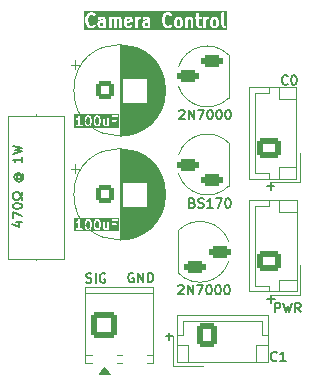
<source format=gbr>
%TF.GenerationSoftware,KiCad,Pcbnew,9.0.6*%
%TF.CreationDate,2026-01-30T15:18:38-05:00*%
%TF.ProjectId,camera-control,63616d65-7261-42d6-936f-6e74726f6c2e,rev?*%
%TF.SameCoordinates,Original*%
%TF.FileFunction,Legend,Top*%
%TF.FilePolarity,Positive*%
%FSLAX46Y46*%
G04 Gerber Fmt 4.6, Leading zero omitted, Abs format (unit mm)*
G04 Created by KiCad (PCBNEW 9.0.6) date 2026-01-30 15:18:38*
%MOMM*%
%LPD*%
G01*
G04 APERTURE LIST*
G04 Aperture macros list*
%AMRoundRect*
0 Rectangle with rounded corners*
0 $1 Rounding radius*
0 $2 $3 $4 $5 $6 $7 $8 $9 X,Y pos of 4 corners*
0 Add a 4 corners polygon primitive as box body*
4,1,4,$2,$3,$4,$5,$6,$7,$8,$9,$2,$3,0*
0 Add four circle primitives for the rounded corners*
1,1,$1+$1,$2,$3*
1,1,$1+$1,$4,$5*
1,1,$1+$1,$6,$7*
1,1,$1+$1,$8,$9*
0 Add four rect primitives between the rounded corners*
20,1,$1+$1,$2,$3,$4,$5,0*
20,1,$1+$1,$4,$5,$6,$7,0*
20,1,$1+$1,$6,$7,$8,$9,0*
20,1,$1+$1,$8,$9,$2,$3,0*%
G04 Aperture macros list end*
%ADD10C,0.160020*%
%ADD11C,0.228600*%
%ADD12C,0.120000*%
%ADD13RoundRect,0.249999X-0.850001X-0.850001X0.850001X-0.850001X0.850001X0.850001X-0.850001X0.850001X0*%
%ADD14C,2.200000*%
%ADD15C,2.400000*%
%ADD16C,2.500000*%
%ADD17R,1.800000X1.100000*%
%ADD18RoundRect,0.275000X0.625000X-0.275000X0.625000X0.275000X-0.625000X0.275000X-0.625000X-0.275000X0*%
%ADD19RoundRect,0.275000X-0.625000X0.275000X-0.625000X-0.275000X0.625000X-0.275000X0.625000X0.275000X0*%
%ADD20RoundRect,0.250000X0.750000X-0.600000X0.750000X0.600000X-0.750000X0.600000X-0.750000X-0.600000X0*%
%ADD21O,2.000000X1.700000*%
%ADD22RoundRect,0.250000X-0.550000X-0.550000X0.550000X-0.550000X0.550000X0.550000X-0.550000X0.550000X0*%
%ADD23C,1.600000*%
%ADD24RoundRect,0.250000X-0.600000X-0.750000X0.600000X-0.750000X0.600000X0.750000X-0.600000X0.750000X0*%
%ADD25O,1.700000X2.000000*%
G04 APERTURE END LIST*
D10*
X118283161Y-82317724D02*
X118816561Y-82317724D01*
X117978361Y-82508224D02*
X118549861Y-82698724D01*
X118549861Y-82698724D02*
X118549861Y-82203424D01*
X118016461Y-81974824D02*
X118016461Y-81441424D01*
X118016461Y-81441424D02*
X118816561Y-81784324D01*
X118016461Y-80984224D02*
X118016461Y-80908024D01*
X118016461Y-80908024D02*
X118054561Y-80831824D01*
X118054561Y-80831824D02*
X118092661Y-80793724D01*
X118092661Y-80793724D02*
X118168861Y-80755624D01*
X118168861Y-80755624D02*
X118321261Y-80717524D01*
X118321261Y-80717524D02*
X118511761Y-80717524D01*
X118511761Y-80717524D02*
X118664161Y-80755624D01*
X118664161Y-80755624D02*
X118740361Y-80793724D01*
X118740361Y-80793724D02*
X118778461Y-80831824D01*
X118778461Y-80831824D02*
X118816561Y-80908024D01*
X118816561Y-80908024D02*
X118816561Y-80984224D01*
X118816561Y-80984224D02*
X118778461Y-81060424D01*
X118778461Y-81060424D02*
X118740361Y-81098524D01*
X118740361Y-81098524D02*
X118664161Y-81136624D01*
X118664161Y-81136624D02*
X118511761Y-81174724D01*
X118511761Y-81174724D02*
X118321261Y-81174724D01*
X118321261Y-81174724D02*
X118168861Y-81136624D01*
X118168861Y-81136624D02*
X118092661Y-81098524D01*
X118092661Y-81098524D02*
X118054561Y-81060424D01*
X118054561Y-81060424D02*
X118016461Y-80984224D01*
X118816561Y-80412724D02*
X118816561Y-80222224D01*
X118816561Y-80222224D02*
X118664161Y-80222224D01*
X118664161Y-80222224D02*
X118626061Y-80298424D01*
X118626061Y-80298424D02*
X118549861Y-80374624D01*
X118549861Y-80374624D02*
X118435561Y-80412724D01*
X118435561Y-80412724D02*
X118245061Y-80412724D01*
X118245061Y-80412724D02*
X118130761Y-80374624D01*
X118130761Y-80374624D02*
X118054561Y-80298424D01*
X118054561Y-80298424D02*
X118016461Y-80184124D01*
X118016461Y-80184124D02*
X118016461Y-80031724D01*
X118016461Y-80031724D02*
X118054561Y-79917424D01*
X118054561Y-79917424D02*
X118130761Y-79841224D01*
X118130761Y-79841224D02*
X118245061Y-79803124D01*
X118245061Y-79803124D02*
X118435561Y-79803124D01*
X118435561Y-79803124D02*
X118549861Y-79841224D01*
X118549861Y-79841224D02*
X118626061Y-79917424D01*
X118626061Y-79917424D02*
X118664161Y-79993624D01*
X118664161Y-79993624D02*
X118816561Y-79993624D01*
X118816561Y-79993624D02*
X118816561Y-79803124D01*
X118435561Y-78355324D02*
X118397461Y-78393424D01*
X118397461Y-78393424D02*
X118359361Y-78469624D01*
X118359361Y-78469624D02*
X118359361Y-78545824D01*
X118359361Y-78545824D02*
X118397461Y-78622024D01*
X118397461Y-78622024D02*
X118435561Y-78660124D01*
X118435561Y-78660124D02*
X118511761Y-78698224D01*
X118511761Y-78698224D02*
X118587961Y-78698224D01*
X118587961Y-78698224D02*
X118664161Y-78660124D01*
X118664161Y-78660124D02*
X118702261Y-78622024D01*
X118702261Y-78622024D02*
X118740361Y-78545824D01*
X118740361Y-78545824D02*
X118740361Y-78469624D01*
X118740361Y-78469624D02*
X118702261Y-78393424D01*
X118702261Y-78393424D02*
X118664161Y-78355324D01*
X118359361Y-78355324D02*
X118664161Y-78355324D01*
X118664161Y-78355324D02*
X118702261Y-78317224D01*
X118702261Y-78317224D02*
X118702261Y-78279124D01*
X118702261Y-78279124D02*
X118664161Y-78202924D01*
X118664161Y-78202924D02*
X118587961Y-78164824D01*
X118587961Y-78164824D02*
X118397461Y-78164824D01*
X118397461Y-78164824D02*
X118283161Y-78241024D01*
X118283161Y-78241024D02*
X118206961Y-78355324D01*
X118206961Y-78355324D02*
X118168861Y-78507724D01*
X118168861Y-78507724D02*
X118206961Y-78660124D01*
X118206961Y-78660124D02*
X118283161Y-78774424D01*
X118283161Y-78774424D02*
X118397461Y-78850624D01*
X118397461Y-78850624D02*
X118549861Y-78888724D01*
X118549861Y-78888724D02*
X118702261Y-78850624D01*
X118702261Y-78850624D02*
X118816561Y-78774424D01*
X118816561Y-78774424D02*
X118892761Y-78660124D01*
X118892761Y-78660124D02*
X118930861Y-78507724D01*
X118930861Y-78507724D02*
X118892761Y-78355324D01*
X118892761Y-78355324D02*
X118816561Y-78241024D01*
X118816561Y-76793224D02*
X118816561Y-77250424D01*
X118816561Y-77021824D02*
X118016461Y-77021824D01*
X118016461Y-77021824D02*
X118130761Y-77098024D01*
X118130761Y-77098024D02*
X118206961Y-77174224D01*
X118206961Y-77174224D02*
X118245061Y-77250424D01*
X118016461Y-76526524D02*
X118816561Y-76336024D01*
X118816561Y-76336024D02*
X118245061Y-76183624D01*
X118245061Y-76183624D02*
X118816561Y-76031224D01*
X118816561Y-76031224D02*
X118016461Y-75840724D01*
X133226676Y-80678461D02*
X133340976Y-80716561D01*
X133340976Y-80716561D02*
X133379076Y-80754661D01*
X133379076Y-80754661D02*
X133417176Y-80830861D01*
X133417176Y-80830861D02*
X133417176Y-80945161D01*
X133417176Y-80945161D02*
X133379076Y-81021361D01*
X133379076Y-81021361D02*
X133340976Y-81059461D01*
X133340976Y-81059461D02*
X133264776Y-81097561D01*
X133264776Y-81097561D02*
X132959976Y-81097561D01*
X132959976Y-81097561D02*
X132959976Y-80297461D01*
X132959976Y-80297461D02*
X133226676Y-80297461D01*
X133226676Y-80297461D02*
X133302876Y-80335561D01*
X133302876Y-80335561D02*
X133340976Y-80373661D01*
X133340976Y-80373661D02*
X133379076Y-80449861D01*
X133379076Y-80449861D02*
X133379076Y-80526061D01*
X133379076Y-80526061D02*
X133340976Y-80602261D01*
X133340976Y-80602261D02*
X133302876Y-80640361D01*
X133302876Y-80640361D02*
X133226676Y-80678461D01*
X133226676Y-80678461D02*
X132959976Y-80678461D01*
X133721976Y-81059461D02*
X133836276Y-81097561D01*
X133836276Y-81097561D02*
X134026776Y-81097561D01*
X134026776Y-81097561D02*
X134102976Y-81059461D01*
X134102976Y-81059461D02*
X134141076Y-81021361D01*
X134141076Y-81021361D02*
X134179176Y-80945161D01*
X134179176Y-80945161D02*
X134179176Y-80868961D01*
X134179176Y-80868961D02*
X134141076Y-80792761D01*
X134141076Y-80792761D02*
X134102976Y-80754661D01*
X134102976Y-80754661D02*
X134026776Y-80716561D01*
X134026776Y-80716561D02*
X133874376Y-80678461D01*
X133874376Y-80678461D02*
X133798176Y-80640361D01*
X133798176Y-80640361D02*
X133760076Y-80602261D01*
X133760076Y-80602261D02*
X133721976Y-80526061D01*
X133721976Y-80526061D02*
X133721976Y-80449861D01*
X133721976Y-80449861D02*
X133760076Y-80373661D01*
X133760076Y-80373661D02*
X133798176Y-80335561D01*
X133798176Y-80335561D02*
X133874376Y-80297461D01*
X133874376Y-80297461D02*
X134064876Y-80297461D01*
X134064876Y-80297461D02*
X134179176Y-80335561D01*
X134941176Y-81097561D02*
X134483976Y-81097561D01*
X134712576Y-81097561D02*
X134712576Y-80297461D01*
X134712576Y-80297461D02*
X134636376Y-80411761D01*
X134636376Y-80411761D02*
X134560176Y-80487961D01*
X134560176Y-80487961D02*
X134483976Y-80526061D01*
X135207876Y-80297461D02*
X135741276Y-80297461D01*
X135741276Y-80297461D02*
X135398376Y-81097561D01*
X136198476Y-80297461D02*
X136274676Y-80297461D01*
X136274676Y-80297461D02*
X136350876Y-80335561D01*
X136350876Y-80335561D02*
X136388976Y-80373661D01*
X136388976Y-80373661D02*
X136427076Y-80449861D01*
X136427076Y-80449861D02*
X136465176Y-80602261D01*
X136465176Y-80602261D02*
X136465176Y-80792761D01*
X136465176Y-80792761D02*
X136427076Y-80945161D01*
X136427076Y-80945161D02*
X136388976Y-81021361D01*
X136388976Y-81021361D02*
X136350876Y-81059461D01*
X136350876Y-81059461D02*
X136274676Y-81097561D01*
X136274676Y-81097561D02*
X136198476Y-81097561D01*
X136198476Y-81097561D02*
X136122276Y-81059461D01*
X136122276Y-81059461D02*
X136084176Y-81021361D01*
X136084176Y-81021361D02*
X136046076Y-80945161D01*
X136046076Y-80945161D02*
X136007976Y-80792761D01*
X136007976Y-80792761D02*
X136007976Y-80602261D01*
X136007976Y-80602261D02*
X136046076Y-80449861D01*
X136046076Y-80449861D02*
X136084176Y-80373661D01*
X136084176Y-80373661D02*
X136122276Y-80335561D01*
X136122276Y-80335561D02*
X136198476Y-80297461D01*
X130978776Y-91994161D02*
X131588376Y-91994161D01*
X131283576Y-92298961D02*
X131283576Y-91689361D01*
G36*
X124479780Y-73441717D02*
G01*
X124499519Y-73461455D01*
X124527885Y-73518186D01*
X124561466Y-73652510D01*
X124561466Y-73823312D01*
X124527885Y-73957635D01*
X124499519Y-74014366D01*
X124479780Y-74034104D01*
X124432088Y-74057951D01*
X124393663Y-74057951D01*
X124345970Y-74034104D01*
X124326232Y-74014365D01*
X124297866Y-73957634D01*
X124264286Y-73823311D01*
X124264286Y-73652510D01*
X124297866Y-73518187D01*
X124326232Y-73461456D01*
X124345970Y-73441717D01*
X124393663Y-73417871D01*
X124432088Y-73417871D01*
X124479780Y-73441717D01*
G37*
G36*
X125241780Y-73441717D02*
G01*
X125261519Y-73461455D01*
X125289885Y-73518186D01*
X125323466Y-73652510D01*
X125323466Y-73823312D01*
X125289885Y-73957635D01*
X125261519Y-74014366D01*
X125241780Y-74034104D01*
X125194088Y-74057951D01*
X125155663Y-74057951D01*
X125107970Y-74034104D01*
X125088232Y-74014365D01*
X125059866Y-73957634D01*
X125026286Y-73823311D01*
X125026286Y-73652510D01*
X125059866Y-73518187D01*
X125088232Y-73461456D01*
X125107970Y-73441717D01*
X125155663Y-73417871D01*
X125194088Y-73417871D01*
X125241780Y-73441717D01*
G37*
G36*
X127018649Y-74306871D02*
G01*
X123253994Y-74306871D01*
X123253994Y-73556454D01*
X123342894Y-73556454D01*
X123345107Y-73587594D01*
X123359068Y-73615516D01*
X123382652Y-73635971D01*
X123412269Y-73645843D01*
X123443409Y-73643630D01*
X123458058Y-73638024D01*
X123534257Y-73599924D01*
X123540972Y-73595696D01*
X123542928Y-73594887D01*
X123545127Y-73593081D01*
X123547531Y-73591569D01*
X123548913Y-73589974D01*
X123555052Y-73584937D01*
X123570866Y-73569123D01*
X123570866Y-74057951D01*
X123422276Y-74057951D01*
X123406667Y-74059488D01*
X123377825Y-74071435D01*
X123355750Y-74093510D01*
X123343803Y-74122352D01*
X123343803Y-74153570D01*
X123355750Y-74182412D01*
X123377825Y-74204487D01*
X123406667Y-74216434D01*
X123422276Y-74217971D01*
X123879476Y-74217971D01*
X123895085Y-74216434D01*
X123923927Y-74204487D01*
X123946002Y-74182412D01*
X123957949Y-74153570D01*
X123957949Y-74122352D01*
X123946002Y-74093510D01*
X123923927Y-74071435D01*
X123895085Y-74059488D01*
X123879476Y-74057951D01*
X123730886Y-74057951D01*
X123730886Y-73642661D01*
X124104266Y-73642661D01*
X124104266Y-73833161D01*
X124104533Y-73835882D01*
X124104360Y-73837051D01*
X124105224Y-73842895D01*
X124105803Y-73848770D01*
X124106254Y-73849860D01*
X124106655Y-73852566D01*
X124144755Y-74004966D01*
X124145165Y-74006116D01*
X124145207Y-74006694D01*
X124147697Y-74013202D01*
X124150032Y-74019736D01*
X124150375Y-74020199D01*
X124150813Y-74021343D01*
X124188913Y-74097542D01*
X124193140Y-74104257D01*
X124193950Y-74106213D01*
X124195755Y-74108412D01*
X124197268Y-74110816D01*
X124198862Y-74112198D01*
X124203900Y-74118337D01*
X124242001Y-74156437D01*
X124248135Y-74161471D01*
X124249521Y-74163069D01*
X124251928Y-74164584D01*
X124254125Y-74166387D01*
X124256075Y-74167195D01*
X124262794Y-74171424D01*
X124338994Y-74209524D01*
X124353643Y-74215130D01*
X124356510Y-74215333D01*
X124359167Y-74216434D01*
X124374776Y-74217971D01*
X124450976Y-74217971D01*
X124466585Y-74216434D01*
X124469241Y-74215333D01*
X124472109Y-74215130D01*
X124486758Y-74209524D01*
X124562957Y-74171424D01*
X124569672Y-74167196D01*
X124571628Y-74166387D01*
X124573827Y-74164581D01*
X124576231Y-74163069D01*
X124577613Y-74161474D01*
X124583752Y-74156437D01*
X124621852Y-74118336D01*
X124626886Y-74112201D01*
X124628484Y-74110816D01*
X124629999Y-74108408D01*
X124631802Y-74106212D01*
X124632610Y-74104261D01*
X124636839Y-74097543D01*
X124674939Y-74021343D01*
X124675376Y-74020199D01*
X124675720Y-74019736D01*
X124678054Y-74013202D01*
X124680545Y-74006694D01*
X124680586Y-74006116D01*
X124680997Y-74004966D01*
X124719097Y-73852567D01*
X124719497Y-73849860D01*
X124719949Y-73848770D01*
X124720527Y-73842896D01*
X124721392Y-73837051D01*
X124721218Y-73835882D01*
X124721486Y-73833161D01*
X124721486Y-73642661D01*
X124866266Y-73642661D01*
X124866266Y-73833161D01*
X124866533Y-73835882D01*
X124866360Y-73837051D01*
X124867224Y-73842895D01*
X124867803Y-73848770D01*
X124868254Y-73849860D01*
X124868655Y-73852566D01*
X124906755Y-74004966D01*
X124907165Y-74006116D01*
X124907207Y-74006694D01*
X124909697Y-74013202D01*
X124912032Y-74019736D01*
X124912375Y-74020199D01*
X124912813Y-74021343D01*
X124950913Y-74097542D01*
X124955140Y-74104257D01*
X124955950Y-74106213D01*
X124957755Y-74108412D01*
X124959268Y-74110816D01*
X124960862Y-74112198D01*
X124965900Y-74118337D01*
X125004001Y-74156437D01*
X125010135Y-74161471D01*
X125011521Y-74163069D01*
X125013928Y-74164584D01*
X125016125Y-74166387D01*
X125018075Y-74167195D01*
X125024794Y-74171424D01*
X125100994Y-74209524D01*
X125115643Y-74215130D01*
X125118510Y-74215333D01*
X125121167Y-74216434D01*
X125136776Y-74217971D01*
X125212976Y-74217971D01*
X125228585Y-74216434D01*
X125231241Y-74215333D01*
X125234109Y-74215130D01*
X125248758Y-74209524D01*
X125324957Y-74171424D01*
X125331672Y-74167196D01*
X125333628Y-74166387D01*
X125335827Y-74164581D01*
X125338231Y-74163069D01*
X125339613Y-74161474D01*
X125345752Y-74156437D01*
X125383852Y-74118336D01*
X125388886Y-74112201D01*
X125390484Y-74110816D01*
X125391999Y-74108408D01*
X125393802Y-74106212D01*
X125394610Y-74104261D01*
X125398839Y-74097543D01*
X125436939Y-74021343D01*
X125437376Y-74020199D01*
X125437720Y-74019736D01*
X125440054Y-74013202D01*
X125442545Y-74006694D01*
X125442586Y-74006116D01*
X125442997Y-74004966D01*
X125481097Y-73852567D01*
X125481497Y-73849860D01*
X125481949Y-73848770D01*
X125482527Y-73842896D01*
X125483392Y-73837051D01*
X125483218Y-73835882D01*
X125483486Y-73833161D01*
X125483486Y-73642661D01*
X125483218Y-73639939D01*
X125483392Y-73638771D01*
X125482527Y-73632925D01*
X125481949Y-73627052D01*
X125481497Y-73625961D01*
X125481097Y-73623255D01*
X125476423Y-73604561D01*
X125666366Y-73604561D01*
X125666366Y-74023661D01*
X125667903Y-74039270D01*
X125669003Y-74041926D01*
X125669207Y-74044794D01*
X125674813Y-74059443D01*
X125712913Y-74135642D01*
X125714554Y-74138249D01*
X125714966Y-74139485D01*
X125716299Y-74141022D01*
X125721268Y-74148916D01*
X125728846Y-74155488D01*
X125735421Y-74163069D01*
X125743319Y-74168040D01*
X125744852Y-74169370D01*
X125746082Y-74169780D01*
X125748694Y-74171424D01*
X125824894Y-74209524D01*
X125839543Y-74215130D01*
X125842410Y-74215333D01*
X125845067Y-74216434D01*
X125860676Y-74217971D01*
X125974976Y-74217971D01*
X125990585Y-74216434D01*
X125993241Y-74215333D01*
X125996109Y-74215130D01*
X126010758Y-74209524D01*
X126036827Y-74196489D01*
X126044825Y-74204487D01*
X126073667Y-74216434D01*
X126104885Y-74216434D01*
X126133727Y-74204487D01*
X126155802Y-74182412D01*
X126167749Y-74153570D01*
X126169286Y-74137961D01*
X126169286Y-73604561D01*
X126167749Y-73588952D01*
X126155802Y-73560110D01*
X126133727Y-73538035D01*
X126104885Y-73526088D01*
X126073667Y-73526088D01*
X126044825Y-73538035D01*
X126022750Y-73560110D01*
X126010803Y-73588952D01*
X126009266Y-73604561D01*
X126009266Y-74028619D01*
X126003780Y-74034104D01*
X125956088Y-74057951D01*
X125879563Y-74057951D01*
X125844112Y-74040225D01*
X125826386Y-74004773D01*
X125826386Y-73604561D01*
X125824849Y-73588952D01*
X125812902Y-73560110D01*
X125790827Y-73538035D01*
X125761985Y-73526088D01*
X125730767Y-73526088D01*
X125701925Y-73538035D01*
X125679850Y-73560110D01*
X125667903Y-73588952D01*
X125666366Y-73604561D01*
X125476423Y-73604561D01*
X125442997Y-73470856D01*
X125442586Y-73469705D01*
X125442545Y-73469128D01*
X125440054Y-73462619D01*
X125437720Y-73456086D01*
X125437376Y-73455622D01*
X125436939Y-73454479D01*
X125398839Y-73378279D01*
X125394610Y-73371560D01*
X125393802Y-73369610D01*
X125391999Y-73367413D01*
X125390484Y-73365006D01*
X125388886Y-73363620D01*
X125383852Y-73357486D01*
X125364228Y-73337861D01*
X126390266Y-73337861D01*
X126390266Y-74137961D01*
X126391803Y-74153570D01*
X126403750Y-74182412D01*
X126425825Y-74204487D01*
X126454667Y-74216434D01*
X126485885Y-74216434D01*
X126514727Y-74204487D01*
X126536802Y-74182412D01*
X126548749Y-74153570D01*
X126550286Y-74137961D01*
X126550286Y-73798871D01*
X126736976Y-73798871D01*
X126752585Y-73797334D01*
X126781427Y-73785387D01*
X126803502Y-73763312D01*
X126815449Y-73734470D01*
X126815449Y-73703252D01*
X126803502Y-73674410D01*
X126781427Y-73652335D01*
X126752585Y-73640388D01*
X126736976Y-73638851D01*
X126550286Y-73638851D01*
X126550286Y-73417871D01*
X126851276Y-73417871D01*
X126866885Y-73416334D01*
X126895727Y-73404387D01*
X126917802Y-73382312D01*
X126929749Y-73353470D01*
X126929749Y-73322252D01*
X126917802Y-73293410D01*
X126895727Y-73271335D01*
X126866885Y-73259388D01*
X126851276Y-73257851D01*
X126470276Y-73257851D01*
X126454667Y-73259388D01*
X126425825Y-73271335D01*
X126403750Y-73293410D01*
X126391803Y-73322252D01*
X126390266Y-73337861D01*
X125364228Y-73337861D01*
X125345752Y-73319385D01*
X125339613Y-73314347D01*
X125338231Y-73312753D01*
X125335827Y-73311240D01*
X125333628Y-73309435D01*
X125331672Y-73308625D01*
X125324957Y-73304398D01*
X125248758Y-73266298D01*
X125234109Y-73260692D01*
X125231241Y-73260488D01*
X125228585Y-73259388D01*
X125212976Y-73257851D01*
X125136776Y-73257851D01*
X125121167Y-73259388D01*
X125118510Y-73260488D01*
X125115643Y-73260692D01*
X125100994Y-73266298D01*
X125024794Y-73304398D01*
X125018075Y-73308626D01*
X125016125Y-73309435D01*
X125013928Y-73311237D01*
X125011521Y-73312753D01*
X125010135Y-73314350D01*
X125004001Y-73319385D01*
X124965900Y-73357485D01*
X124960862Y-73363623D01*
X124959268Y-73365006D01*
X124957755Y-73367409D01*
X124955950Y-73369609D01*
X124955140Y-73371564D01*
X124950913Y-73378280D01*
X124912813Y-73454479D01*
X124912375Y-73455622D01*
X124912032Y-73456086D01*
X124909697Y-73462619D01*
X124907207Y-73469128D01*
X124907165Y-73469705D01*
X124906755Y-73470856D01*
X124868655Y-73623256D01*
X124868254Y-73625961D01*
X124867803Y-73627052D01*
X124867224Y-73632926D01*
X124866360Y-73638771D01*
X124866533Y-73639939D01*
X124866266Y-73642661D01*
X124721486Y-73642661D01*
X124721218Y-73639939D01*
X124721392Y-73638771D01*
X124720527Y-73632925D01*
X124719949Y-73627052D01*
X124719497Y-73625961D01*
X124719097Y-73623255D01*
X124680997Y-73470856D01*
X124680586Y-73469705D01*
X124680545Y-73469128D01*
X124678054Y-73462619D01*
X124675720Y-73456086D01*
X124675376Y-73455622D01*
X124674939Y-73454479D01*
X124636839Y-73378279D01*
X124632610Y-73371560D01*
X124631802Y-73369610D01*
X124629999Y-73367413D01*
X124628484Y-73365006D01*
X124626886Y-73363620D01*
X124621852Y-73357486D01*
X124583752Y-73319385D01*
X124577613Y-73314347D01*
X124576231Y-73312753D01*
X124573827Y-73311240D01*
X124571628Y-73309435D01*
X124569672Y-73308625D01*
X124562957Y-73304398D01*
X124486758Y-73266298D01*
X124472109Y-73260692D01*
X124469241Y-73260488D01*
X124466585Y-73259388D01*
X124450976Y-73257851D01*
X124374776Y-73257851D01*
X124359167Y-73259388D01*
X124356510Y-73260488D01*
X124353643Y-73260692D01*
X124338994Y-73266298D01*
X124262794Y-73304398D01*
X124256075Y-73308626D01*
X124254125Y-73309435D01*
X124251928Y-73311237D01*
X124249521Y-73312753D01*
X124248135Y-73314350D01*
X124242001Y-73319385D01*
X124203900Y-73357485D01*
X124198862Y-73363623D01*
X124197268Y-73365006D01*
X124195755Y-73367409D01*
X124193950Y-73369609D01*
X124193140Y-73371564D01*
X124188913Y-73378280D01*
X124150813Y-73454479D01*
X124150375Y-73455622D01*
X124150032Y-73456086D01*
X124147697Y-73462619D01*
X124145207Y-73469128D01*
X124145165Y-73469705D01*
X124144755Y-73470856D01*
X124106655Y-73623256D01*
X124106254Y-73625961D01*
X124105803Y-73627052D01*
X124105224Y-73632926D01*
X124104360Y-73638771D01*
X124104533Y-73639939D01*
X124104266Y-73642661D01*
X123730886Y-73642661D01*
X123730886Y-73337861D01*
X123730880Y-73337804D01*
X123730886Y-73337777D01*
X123730869Y-73337695D01*
X123729349Y-73322252D01*
X123726317Y-73314933D01*
X123724764Y-73307165D01*
X123720400Y-73300649D01*
X123717402Y-73293410D01*
X123711804Y-73287812D01*
X123707393Y-73281225D01*
X123700865Y-73276873D01*
X123695327Y-73271335D01*
X123688012Y-73268305D01*
X123681418Y-73263909D01*
X123673726Y-73262387D01*
X123666485Y-73259388D01*
X123658563Y-73259388D01*
X123650793Y-73257851D01*
X123643107Y-73259388D01*
X123635267Y-73259388D01*
X123627948Y-73262419D01*
X123620180Y-73263973D01*
X123613664Y-73268336D01*
X123606425Y-73271335D01*
X123600825Y-73276934D01*
X123594241Y-73281344D01*
X123584407Y-73293352D01*
X123584350Y-73293410D01*
X123584339Y-73293435D01*
X123584304Y-73293479D01*
X123512500Y-73401185D01*
X123451080Y-73462605D01*
X123386494Y-73494898D01*
X123373221Y-73503253D01*
X123352766Y-73526837D01*
X123342894Y-73556454D01*
X123253994Y-73556454D01*
X123253994Y-73168951D01*
X127018649Y-73168951D01*
X127018649Y-74306871D01*
G37*
X139563976Y-79268761D02*
X140173576Y-79268761D01*
X139868776Y-79573561D02*
X139868776Y-78963961D01*
X140375976Y-94004161D02*
X140337876Y-94042261D01*
X140337876Y-94042261D02*
X140223576Y-94080361D01*
X140223576Y-94080361D02*
X140147376Y-94080361D01*
X140147376Y-94080361D02*
X140033076Y-94042261D01*
X140033076Y-94042261D02*
X139956876Y-93966061D01*
X139956876Y-93966061D02*
X139918776Y-93889861D01*
X139918776Y-93889861D02*
X139880676Y-93737461D01*
X139880676Y-93737461D02*
X139880676Y-93623161D01*
X139880676Y-93623161D02*
X139918776Y-93470761D01*
X139918776Y-93470761D02*
X139956876Y-93394561D01*
X139956876Y-93394561D02*
X140033076Y-93318361D01*
X140033076Y-93318361D02*
X140147376Y-93280261D01*
X140147376Y-93280261D02*
X140223576Y-93280261D01*
X140223576Y-93280261D02*
X140337876Y-93318361D01*
X140337876Y-93318361D02*
X140375976Y-93356461D01*
X141137976Y-94080361D02*
X140680776Y-94080361D01*
X140909376Y-94080361D02*
X140909376Y-93280261D01*
X140909376Y-93280261D02*
X140833176Y-93394561D01*
X140833176Y-93394561D02*
X140756976Y-93470761D01*
X140756976Y-93470761D02*
X140680776Y-93508861D01*
X141291176Y-70607361D02*
X141253076Y-70645461D01*
X141253076Y-70645461D02*
X141138776Y-70683561D01*
X141138776Y-70683561D02*
X141062576Y-70683561D01*
X141062576Y-70683561D02*
X140948276Y-70645461D01*
X140948276Y-70645461D02*
X140872076Y-70569261D01*
X140872076Y-70569261D02*
X140833976Y-70493061D01*
X140833976Y-70493061D02*
X140795876Y-70340661D01*
X140795876Y-70340661D02*
X140795876Y-70226361D01*
X140795876Y-70226361D02*
X140833976Y-70073961D01*
X140833976Y-70073961D02*
X140872076Y-69997761D01*
X140872076Y-69997761D02*
X140948276Y-69921561D01*
X140948276Y-69921561D02*
X141062576Y-69883461D01*
X141062576Y-69883461D02*
X141138776Y-69883461D01*
X141138776Y-69883461D02*
X141253076Y-69921561D01*
X141253076Y-69921561D02*
X141291176Y-69959661D01*
X141786476Y-69883461D02*
X141862676Y-69883461D01*
X141862676Y-69883461D02*
X141938876Y-69921561D01*
X141938876Y-69921561D02*
X141976976Y-69959661D01*
X141976976Y-69959661D02*
X142015076Y-70035861D01*
X142015076Y-70035861D02*
X142053176Y-70188261D01*
X142053176Y-70188261D02*
X142053176Y-70378761D01*
X142053176Y-70378761D02*
X142015076Y-70531161D01*
X142015076Y-70531161D02*
X141976976Y-70607361D01*
X141976976Y-70607361D02*
X141938876Y-70645461D01*
X141938876Y-70645461D02*
X141862676Y-70683561D01*
X141862676Y-70683561D02*
X141786476Y-70683561D01*
X141786476Y-70683561D02*
X141710276Y-70645461D01*
X141710276Y-70645461D02*
X141672176Y-70607361D01*
X141672176Y-70607361D02*
X141634076Y-70531161D01*
X141634076Y-70531161D02*
X141595976Y-70378761D01*
X141595976Y-70378761D02*
X141595976Y-70188261D01*
X141595976Y-70188261D02*
X141634076Y-70035861D01*
X141634076Y-70035861D02*
X141672176Y-69959661D01*
X141672176Y-69959661D02*
X141710276Y-69921561D01*
X141710276Y-69921561D02*
X141786476Y-69883461D01*
X139589376Y-88819161D02*
X140198976Y-88819161D01*
X139894176Y-89123961D02*
X139894176Y-88514361D01*
X132134476Y-72880661D02*
X132172576Y-72842561D01*
X132172576Y-72842561D02*
X132248776Y-72804461D01*
X132248776Y-72804461D02*
X132439276Y-72804461D01*
X132439276Y-72804461D02*
X132515476Y-72842561D01*
X132515476Y-72842561D02*
X132553576Y-72880661D01*
X132553576Y-72880661D02*
X132591676Y-72956861D01*
X132591676Y-72956861D02*
X132591676Y-73033061D01*
X132591676Y-73033061D02*
X132553576Y-73147361D01*
X132553576Y-73147361D02*
X132096376Y-73604561D01*
X132096376Y-73604561D02*
X132591676Y-73604561D01*
X132934576Y-73604561D02*
X132934576Y-72804461D01*
X132934576Y-72804461D02*
X133391776Y-73604561D01*
X133391776Y-73604561D02*
X133391776Y-72804461D01*
X133696576Y-72804461D02*
X134229976Y-72804461D01*
X134229976Y-72804461D02*
X133887076Y-73604561D01*
X134687176Y-72804461D02*
X134763376Y-72804461D01*
X134763376Y-72804461D02*
X134839576Y-72842561D01*
X134839576Y-72842561D02*
X134877676Y-72880661D01*
X134877676Y-72880661D02*
X134915776Y-72956861D01*
X134915776Y-72956861D02*
X134953876Y-73109261D01*
X134953876Y-73109261D02*
X134953876Y-73299761D01*
X134953876Y-73299761D02*
X134915776Y-73452161D01*
X134915776Y-73452161D02*
X134877676Y-73528361D01*
X134877676Y-73528361D02*
X134839576Y-73566461D01*
X134839576Y-73566461D02*
X134763376Y-73604561D01*
X134763376Y-73604561D02*
X134687176Y-73604561D01*
X134687176Y-73604561D02*
X134610976Y-73566461D01*
X134610976Y-73566461D02*
X134572876Y-73528361D01*
X134572876Y-73528361D02*
X134534776Y-73452161D01*
X134534776Y-73452161D02*
X134496676Y-73299761D01*
X134496676Y-73299761D02*
X134496676Y-73109261D01*
X134496676Y-73109261D02*
X134534776Y-72956861D01*
X134534776Y-72956861D02*
X134572876Y-72880661D01*
X134572876Y-72880661D02*
X134610976Y-72842561D01*
X134610976Y-72842561D02*
X134687176Y-72804461D01*
X135449176Y-72804461D02*
X135525376Y-72804461D01*
X135525376Y-72804461D02*
X135601576Y-72842561D01*
X135601576Y-72842561D02*
X135639676Y-72880661D01*
X135639676Y-72880661D02*
X135677776Y-72956861D01*
X135677776Y-72956861D02*
X135715876Y-73109261D01*
X135715876Y-73109261D02*
X135715876Y-73299761D01*
X135715876Y-73299761D02*
X135677776Y-73452161D01*
X135677776Y-73452161D02*
X135639676Y-73528361D01*
X135639676Y-73528361D02*
X135601576Y-73566461D01*
X135601576Y-73566461D02*
X135525376Y-73604561D01*
X135525376Y-73604561D02*
X135449176Y-73604561D01*
X135449176Y-73604561D02*
X135372976Y-73566461D01*
X135372976Y-73566461D02*
X135334876Y-73528361D01*
X135334876Y-73528361D02*
X135296776Y-73452161D01*
X135296776Y-73452161D02*
X135258676Y-73299761D01*
X135258676Y-73299761D02*
X135258676Y-73109261D01*
X135258676Y-73109261D02*
X135296776Y-72956861D01*
X135296776Y-72956861D02*
X135334876Y-72880661D01*
X135334876Y-72880661D02*
X135372976Y-72842561D01*
X135372976Y-72842561D02*
X135449176Y-72804461D01*
X136211176Y-72804461D02*
X136287376Y-72804461D01*
X136287376Y-72804461D02*
X136363576Y-72842561D01*
X136363576Y-72842561D02*
X136401676Y-72880661D01*
X136401676Y-72880661D02*
X136439776Y-72956861D01*
X136439776Y-72956861D02*
X136477876Y-73109261D01*
X136477876Y-73109261D02*
X136477876Y-73299761D01*
X136477876Y-73299761D02*
X136439776Y-73452161D01*
X136439776Y-73452161D02*
X136401676Y-73528361D01*
X136401676Y-73528361D02*
X136363576Y-73566461D01*
X136363576Y-73566461D02*
X136287376Y-73604561D01*
X136287376Y-73604561D02*
X136211176Y-73604561D01*
X136211176Y-73604561D02*
X136134976Y-73566461D01*
X136134976Y-73566461D02*
X136096876Y-73528361D01*
X136096876Y-73528361D02*
X136058776Y-73452161D01*
X136058776Y-73452161D02*
X136020676Y-73299761D01*
X136020676Y-73299761D02*
X136020676Y-73109261D01*
X136020676Y-73109261D02*
X136058776Y-72956861D01*
X136058776Y-72956861D02*
X136096876Y-72880661D01*
X136096876Y-72880661D02*
X136134976Y-72842561D01*
X136134976Y-72842561D02*
X136211176Y-72804461D01*
X124235076Y-87409461D02*
X124349376Y-87447561D01*
X124349376Y-87447561D02*
X124539876Y-87447561D01*
X124539876Y-87447561D02*
X124616076Y-87409461D01*
X124616076Y-87409461D02*
X124654176Y-87371361D01*
X124654176Y-87371361D02*
X124692276Y-87295161D01*
X124692276Y-87295161D02*
X124692276Y-87218961D01*
X124692276Y-87218961D02*
X124654176Y-87142761D01*
X124654176Y-87142761D02*
X124616076Y-87104661D01*
X124616076Y-87104661D02*
X124539876Y-87066561D01*
X124539876Y-87066561D02*
X124387476Y-87028461D01*
X124387476Y-87028461D02*
X124311276Y-86990361D01*
X124311276Y-86990361D02*
X124273176Y-86952261D01*
X124273176Y-86952261D02*
X124235076Y-86876061D01*
X124235076Y-86876061D02*
X124235076Y-86799861D01*
X124235076Y-86799861D02*
X124273176Y-86723661D01*
X124273176Y-86723661D02*
X124311276Y-86685561D01*
X124311276Y-86685561D02*
X124387476Y-86647461D01*
X124387476Y-86647461D02*
X124577976Y-86647461D01*
X124577976Y-86647461D02*
X124692276Y-86685561D01*
X125035176Y-87447561D02*
X125035176Y-86647461D01*
X125835276Y-86685561D02*
X125759076Y-86647461D01*
X125759076Y-86647461D02*
X125644776Y-86647461D01*
X125644776Y-86647461D02*
X125530476Y-86685561D01*
X125530476Y-86685561D02*
X125454276Y-86761761D01*
X125454276Y-86761761D02*
X125416176Y-86837961D01*
X125416176Y-86837961D02*
X125378076Y-86990361D01*
X125378076Y-86990361D02*
X125378076Y-87104661D01*
X125378076Y-87104661D02*
X125416176Y-87257061D01*
X125416176Y-87257061D02*
X125454276Y-87333261D01*
X125454276Y-87333261D02*
X125530476Y-87409461D01*
X125530476Y-87409461D02*
X125644776Y-87447561D01*
X125644776Y-87447561D02*
X125720976Y-87447561D01*
X125720976Y-87447561D02*
X125835276Y-87409461D01*
X125835276Y-87409461D02*
X125873376Y-87371361D01*
X125873376Y-87371361D02*
X125873376Y-87104661D01*
X125873376Y-87104661D02*
X125720976Y-87104661D01*
X128248276Y-86660161D02*
X128172076Y-86622061D01*
X128172076Y-86622061D02*
X128057776Y-86622061D01*
X128057776Y-86622061D02*
X127943476Y-86660161D01*
X127943476Y-86660161D02*
X127867276Y-86736361D01*
X127867276Y-86736361D02*
X127829176Y-86812561D01*
X127829176Y-86812561D02*
X127791076Y-86964961D01*
X127791076Y-86964961D02*
X127791076Y-87079261D01*
X127791076Y-87079261D02*
X127829176Y-87231661D01*
X127829176Y-87231661D02*
X127867276Y-87307861D01*
X127867276Y-87307861D02*
X127943476Y-87384061D01*
X127943476Y-87384061D02*
X128057776Y-87422161D01*
X128057776Y-87422161D02*
X128133976Y-87422161D01*
X128133976Y-87422161D02*
X128248276Y-87384061D01*
X128248276Y-87384061D02*
X128286376Y-87345961D01*
X128286376Y-87345961D02*
X128286376Y-87079261D01*
X128286376Y-87079261D02*
X128133976Y-87079261D01*
X128629276Y-87422161D02*
X128629276Y-86622061D01*
X128629276Y-86622061D02*
X129086476Y-87422161D01*
X129086476Y-87422161D02*
X129086476Y-86622061D01*
X129467476Y-87422161D02*
X129467476Y-86622061D01*
X129467476Y-86622061D02*
X129657976Y-86622061D01*
X129657976Y-86622061D02*
X129772276Y-86660161D01*
X129772276Y-86660161D02*
X129848476Y-86736361D01*
X129848476Y-86736361D02*
X129886576Y-86812561D01*
X129886576Y-86812561D02*
X129924676Y-86964961D01*
X129924676Y-86964961D02*
X129924676Y-87079261D01*
X129924676Y-87079261D02*
X129886576Y-87231661D01*
X129886576Y-87231661D02*
X129848476Y-87307861D01*
X129848476Y-87307861D02*
X129772276Y-87384061D01*
X129772276Y-87384061D02*
X129657976Y-87422161D01*
X129657976Y-87422161D02*
X129467476Y-87422161D01*
X140224376Y-89962161D02*
X140224376Y-89162061D01*
X140224376Y-89162061D02*
X140529176Y-89162061D01*
X140529176Y-89162061D02*
X140605376Y-89200161D01*
X140605376Y-89200161D02*
X140643476Y-89238261D01*
X140643476Y-89238261D02*
X140681576Y-89314461D01*
X140681576Y-89314461D02*
X140681576Y-89428761D01*
X140681576Y-89428761D02*
X140643476Y-89504961D01*
X140643476Y-89504961D02*
X140605376Y-89543061D01*
X140605376Y-89543061D02*
X140529176Y-89581161D01*
X140529176Y-89581161D02*
X140224376Y-89581161D01*
X140948276Y-89162061D02*
X141138776Y-89962161D01*
X141138776Y-89962161D02*
X141291176Y-89390661D01*
X141291176Y-89390661D02*
X141443576Y-89962161D01*
X141443576Y-89962161D02*
X141634076Y-89162061D01*
X142396076Y-89962161D02*
X142129376Y-89581161D01*
X141938876Y-89962161D02*
X141938876Y-89162061D01*
X141938876Y-89162061D02*
X142243676Y-89162061D01*
X142243676Y-89162061D02*
X142319876Y-89200161D01*
X142319876Y-89200161D02*
X142357976Y-89238261D01*
X142357976Y-89238261D02*
X142396076Y-89314461D01*
X142396076Y-89314461D02*
X142396076Y-89428761D01*
X142396076Y-89428761D02*
X142357976Y-89504961D01*
X142357976Y-89504961D02*
X142319876Y-89543061D01*
X142319876Y-89543061D02*
X142243676Y-89581161D01*
X142243676Y-89581161D02*
X141938876Y-89581161D01*
G36*
X124479780Y-82230117D02*
G01*
X124499519Y-82249855D01*
X124527885Y-82306586D01*
X124561466Y-82440910D01*
X124561466Y-82611712D01*
X124527885Y-82746035D01*
X124499519Y-82802766D01*
X124479780Y-82822504D01*
X124432088Y-82846351D01*
X124393663Y-82846351D01*
X124345970Y-82822504D01*
X124326232Y-82802765D01*
X124297866Y-82746034D01*
X124264286Y-82611711D01*
X124264286Y-82440910D01*
X124297866Y-82306587D01*
X124326232Y-82249856D01*
X124345970Y-82230117D01*
X124393663Y-82206271D01*
X124432088Y-82206271D01*
X124479780Y-82230117D01*
G37*
G36*
X125241780Y-82230117D02*
G01*
X125261519Y-82249855D01*
X125289885Y-82306586D01*
X125323466Y-82440910D01*
X125323466Y-82611712D01*
X125289885Y-82746035D01*
X125261519Y-82802766D01*
X125241780Y-82822504D01*
X125194088Y-82846351D01*
X125155663Y-82846351D01*
X125107970Y-82822504D01*
X125088232Y-82802765D01*
X125059866Y-82746034D01*
X125026286Y-82611711D01*
X125026286Y-82440910D01*
X125059866Y-82306587D01*
X125088232Y-82249856D01*
X125107970Y-82230117D01*
X125155663Y-82206271D01*
X125194088Y-82206271D01*
X125241780Y-82230117D01*
G37*
G36*
X127018649Y-83095271D02*
G01*
X123253994Y-83095271D01*
X123253994Y-82344854D01*
X123342894Y-82344854D01*
X123345107Y-82375994D01*
X123359068Y-82403916D01*
X123382652Y-82424371D01*
X123412269Y-82434243D01*
X123443409Y-82432030D01*
X123458058Y-82426424D01*
X123534257Y-82388324D01*
X123540972Y-82384096D01*
X123542928Y-82383287D01*
X123545127Y-82381481D01*
X123547531Y-82379969D01*
X123548913Y-82378374D01*
X123555052Y-82373337D01*
X123570866Y-82357523D01*
X123570866Y-82846351D01*
X123422276Y-82846351D01*
X123406667Y-82847888D01*
X123377825Y-82859835D01*
X123355750Y-82881910D01*
X123343803Y-82910752D01*
X123343803Y-82941970D01*
X123355750Y-82970812D01*
X123377825Y-82992887D01*
X123406667Y-83004834D01*
X123422276Y-83006371D01*
X123879476Y-83006371D01*
X123895085Y-83004834D01*
X123923927Y-82992887D01*
X123946002Y-82970812D01*
X123957949Y-82941970D01*
X123957949Y-82910752D01*
X123946002Y-82881910D01*
X123923927Y-82859835D01*
X123895085Y-82847888D01*
X123879476Y-82846351D01*
X123730886Y-82846351D01*
X123730886Y-82431061D01*
X124104266Y-82431061D01*
X124104266Y-82621561D01*
X124104533Y-82624282D01*
X124104360Y-82625451D01*
X124105224Y-82631295D01*
X124105803Y-82637170D01*
X124106254Y-82638260D01*
X124106655Y-82640966D01*
X124144755Y-82793366D01*
X124145165Y-82794516D01*
X124145207Y-82795094D01*
X124147697Y-82801602D01*
X124150032Y-82808136D01*
X124150375Y-82808599D01*
X124150813Y-82809743D01*
X124188913Y-82885942D01*
X124193140Y-82892657D01*
X124193950Y-82894613D01*
X124195755Y-82896812D01*
X124197268Y-82899216D01*
X124198862Y-82900598D01*
X124203900Y-82906737D01*
X124242001Y-82944837D01*
X124248135Y-82949871D01*
X124249521Y-82951469D01*
X124251928Y-82952984D01*
X124254125Y-82954787D01*
X124256075Y-82955595D01*
X124262794Y-82959824D01*
X124338994Y-82997924D01*
X124353643Y-83003530D01*
X124356510Y-83003733D01*
X124359167Y-83004834D01*
X124374776Y-83006371D01*
X124450976Y-83006371D01*
X124466585Y-83004834D01*
X124469241Y-83003733D01*
X124472109Y-83003530D01*
X124486758Y-82997924D01*
X124562957Y-82959824D01*
X124569672Y-82955596D01*
X124571628Y-82954787D01*
X124573827Y-82952981D01*
X124576231Y-82951469D01*
X124577613Y-82949874D01*
X124583752Y-82944837D01*
X124621852Y-82906736D01*
X124626886Y-82900601D01*
X124628484Y-82899216D01*
X124629999Y-82896808D01*
X124631802Y-82894612D01*
X124632610Y-82892661D01*
X124636839Y-82885943D01*
X124674939Y-82809743D01*
X124675376Y-82808599D01*
X124675720Y-82808136D01*
X124678054Y-82801602D01*
X124680545Y-82795094D01*
X124680586Y-82794516D01*
X124680997Y-82793366D01*
X124719097Y-82640967D01*
X124719497Y-82638260D01*
X124719949Y-82637170D01*
X124720527Y-82631296D01*
X124721392Y-82625451D01*
X124721218Y-82624282D01*
X124721486Y-82621561D01*
X124721486Y-82431061D01*
X124866266Y-82431061D01*
X124866266Y-82621561D01*
X124866533Y-82624282D01*
X124866360Y-82625451D01*
X124867224Y-82631295D01*
X124867803Y-82637170D01*
X124868254Y-82638260D01*
X124868655Y-82640966D01*
X124906755Y-82793366D01*
X124907165Y-82794516D01*
X124907207Y-82795094D01*
X124909697Y-82801602D01*
X124912032Y-82808136D01*
X124912375Y-82808599D01*
X124912813Y-82809743D01*
X124950913Y-82885942D01*
X124955140Y-82892657D01*
X124955950Y-82894613D01*
X124957755Y-82896812D01*
X124959268Y-82899216D01*
X124960862Y-82900598D01*
X124965900Y-82906737D01*
X125004001Y-82944837D01*
X125010135Y-82949871D01*
X125011521Y-82951469D01*
X125013928Y-82952984D01*
X125016125Y-82954787D01*
X125018075Y-82955595D01*
X125024794Y-82959824D01*
X125100994Y-82997924D01*
X125115643Y-83003530D01*
X125118510Y-83003733D01*
X125121167Y-83004834D01*
X125136776Y-83006371D01*
X125212976Y-83006371D01*
X125228585Y-83004834D01*
X125231241Y-83003733D01*
X125234109Y-83003530D01*
X125248758Y-82997924D01*
X125324957Y-82959824D01*
X125331672Y-82955596D01*
X125333628Y-82954787D01*
X125335827Y-82952981D01*
X125338231Y-82951469D01*
X125339613Y-82949874D01*
X125345752Y-82944837D01*
X125383852Y-82906736D01*
X125388886Y-82900601D01*
X125390484Y-82899216D01*
X125391999Y-82896808D01*
X125393802Y-82894612D01*
X125394610Y-82892661D01*
X125398839Y-82885943D01*
X125436939Y-82809743D01*
X125437376Y-82808599D01*
X125437720Y-82808136D01*
X125440054Y-82801602D01*
X125442545Y-82795094D01*
X125442586Y-82794516D01*
X125442997Y-82793366D01*
X125481097Y-82640967D01*
X125481497Y-82638260D01*
X125481949Y-82637170D01*
X125482527Y-82631296D01*
X125483392Y-82625451D01*
X125483218Y-82624282D01*
X125483486Y-82621561D01*
X125483486Y-82431061D01*
X125483218Y-82428339D01*
X125483392Y-82427171D01*
X125482527Y-82421325D01*
X125481949Y-82415452D01*
X125481497Y-82414361D01*
X125481097Y-82411655D01*
X125476423Y-82392961D01*
X125666366Y-82392961D01*
X125666366Y-82812061D01*
X125667903Y-82827670D01*
X125669003Y-82830326D01*
X125669207Y-82833194D01*
X125674813Y-82847843D01*
X125712913Y-82924042D01*
X125714554Y-82926649D01*
X125714966Y-82927885D01*
X125716299Y-82929422D01*
X125721268Y-82937316D01*
X125728846Y-82943888D01*
X125735421Y-82951469D01*
X125743319Y-82956440D01*
X125744852Y-82957770D01*
X125746082Y-82958180D01*
X125748694Y-82959824D01*
X125824894Y-82997924D01*
X125839543Y-83003530D01*
X125842410Y-83003733D01*
X125845067Y-83004834D01*
X125860676Y-83006371D01*
X125974976Y-83006371D01*
X125990585Y-83004834D01*
X125993241Y-83003733D01*
X125996109Y-83003530D01*
X126010758Y-82997924D01*
X126036827Y-82984889D01*
X126044825Y-82992887D01*
X126073667Y-83004834D01*
X126104885Y-83004834D01*
X126133727Y-82992887D01*
X126155802Y-82970812D01*
X126167749Y-82941970D01*
X126169286Y-82926361D01*
X126169286Y-82392961D01*
X126167749Y-82377352D01*
X126155802Y-82348510D01*
X126133727Y-82326435D01*
X126104885Y-82314488D01*
X126073667Y-82314488D01*
X126044825Y-82326435D01*
X126022750Y-82348510D01*
X126010803Y-82377352D01*
X126009266Y-82392961D01*
X126009266Y-82817019D01*
X126003780Y-82822504D01*
X125956088Y-82846351D01*
X125879563Y-82846351D01*
X125844112Y-82828625D01*
X125826386Y-82793173D01*
X125826386Y-82392961D01*
X125824849Y-82377352D01*
X125812902Y-82348510D01*
X125790827Y-82326435D01*
X125761985Y-82314488D01*
X125730767Y-82314488D01*
X125701925Y-82326435D01*
X125679850Y-82348510D01*
X125667903Y-82377352D01*
X125666366Y-82392961D01*
X125476423Y-82392961D01*
X125442997Y-82259256D01*
X125442586Y-82258105D01*
X125442545Y-82257528D01*
X125440054Y-82251019D01*
X125437720Y-82244486D01*
X125437376Y-82244022D01*
X125436939Y-82242879D01*
X125398839Y-82166679D01*
X125394610Y-82159960D01*
X125393802Y-82158010D01*
X125391999Y-82155813D01*
X125390484Y-82153406D01*
X125388886Y-82152020D01*
X125383852Y-82145886D01*
X125364228Y-82126261D01*
X126390266Y-82126261D01*
X126390266Y-82926361D01*
X126391803Y-82941970D01*
X126403750Y-82970812D01*
X126425825Y-82992887D01*
X126454667Y-83004834D01*
X126485885Y-83004834D01*
X126514727Y-82992887D01*
X126536802Y-82970812D01*
X126548749Y-82941970D01*
X126550286Y-82926361D01*
X126550286Y-82587271D01*
X126736976Y-82587271D01*
X126752585Y-82585734D01*
X126781427Y-82573787D01*
X126803502Y-82551712D01*
X126815449Y-82522870D01*
X126815449Y-82491652D01*
X126803502Y-82462810D01*
X126781427Y-82440735D01*
X126752585Y-82428788D01*
X126736976Y-82427251D01*
X126550286Y-82427251D01*
X126550286Y-82206271D01*
X126851276Y-82206271D01*
X126866885Y-82204734D01*
X126895727Y-82192787D01*
X126917802Y-82170712D01*
X126929749Y-82141870D01*
X126929749Y-82110652D01*
X126917802Y-82081810D01*
X126895727Y-82059735D01*
X126866885Y-82047788D01*
X126851276Y-82046251D01*
X126470276Y-82046251D01*
X126454667Y-82047788D01*
X126425825Y-82059735D01*
X126403750Y-82081810D01*
X126391803Y-82110652D01*
X126390266Y-82126261D01*
X125364228Y-82126261D01*
X125345752Y-82107785D01*
X125339613Y-82102747D01*
X125338231Y-82101153D01*
X125335827Y-82099640D01*
X125333628Y-82097835D01*
X125331672Y-82097025D01*
X125324957Y-82092798D01*
X125248758Y-82054698D01*
X125234109Y-82049092D01*
X125231241Y-82048888D01*
X125228585Y-82047788D01*
X125212976Y-82046251D01*
X125136776Y-82046251D01*
X125121167Y-82047788D01*
X125118510Y-82048888D01*
X125115643Y-82049092D01*
X125100994Y-82054698D01*
X125024794Y-82092798D01*
X125018075Y-82097026D01*
X125016125Y-82097835D01*
X125013928Y-82099637D01*
X125011521Y-82101153D01*
X125010135Y-82102750D01*
X125004001Y-82107785D01*
X124965900Y-82145885D01*
X124960862Y-82152023D01*
X124959268Y-82153406D01*
X124957755Y-82155809D01*
X124955950Y-82158009D01*
X124955140Y-82159964D01*
X124950913Y-82166680D01*
X124912813Y-82242879D01*
X124912375Y-82244022D01*
X124912032Y-82244486D01*
X124909697Y-82251019D01*
X124907207Y-82257528D01*
X124907165Y-82258105D01*
X124906755Y-82259256D01*
X124868655Y-82411656D01*
X124868254Y-82414361D01*
X124867803Y-82415452D01*
X124867224Y-82421326D01*
X124866360Y-82427171D01*
X124866533Y-82428339D01*
X124866266Y-82431061D01*
X124721486Y-82431061D01*
X124721218Y-82428339D01*
X124721392Y-82427171D01*
X124720527Y-82421325D01*
X124719949Y-82415452D01*
X124719497Y-82414361D01*
X124719097Y-82411655D01*
X124680997Y-82259256D01*
X124680586Y-82258105D01*
X124680545Y-82257528D01*
X124678054Y-82251019D01*
X124675720Y-82244486D01*
X124675376Y-82244022D01*
X124674939Y-82242879D01*
X124636839Y-82166679D01*
X124632610Y-82159960D01*
X124631802Y-82158010D01*
X124629999Y-82155813D01*
X124628484Y-82153406D01*
X124626886Y-82152020D01*
X124621852Y-82145886D01*
X124583752Y-82107785D01*
X124577613Y-82102747D01*
X124576231Y-82101153D01*
X124573827Y-82099640D01*
X124571628Y-82097835D01*
X124569672Y-82097025D01*
X124562957Y-82092798D01*
X124486758Y-82054698D01*
X124472109Y-82049092D01*
X124469241Y-82048888D01*
X124466585Y-82047788D01*
X124450976Y-82046251D01*
X124374776Y-82046251D01*
X124359167Y-82047788D01*
X124356510Y-82048888D01*
X124353643Y-82049092D01*
X124338994Y-82054698D01*
X124262794Y-82092798D01*
X124256075Y-82097026D01*
X124254125Y-82097835D01*
X124251928Y-82099637D01*
X124249521Y-82101153D01*
X124248135Y-82102750D01*
X124242001Y-82107785D01*
X124203900Y-82145885D01*
X124198862Y-82152023D01*
X124197268Y-82153406D01*
X124195755Y-82155809D01*
X124193950Y-82158009D01*
X124193140Y-82159964D01*
X124188913Y-82166680D01*
X124150813Y-82242879D01*
X124150375Y-82244022D01*
X124150032Y-82244486D01*
X124147697Y-82251019D01*
X124145207Y-82257528D01*
X124145165Y-82258105D01*
X124144755Y-82259256D01*
X124106655Y-82411656D01*
X124106254Y-82414361D01*
X124105803Y-82415452D01*
X124105224Y-82421326D01*
X124104360Y-82427171D01*
X124104533Y-82428339D01*
X124104266Y-82431061D01*
X123730886Y-82431061D01*
X123730886Y-82126261D01*
X123730880Y-82126204D01*
X123730886Y-82126177D01*
X123730869Y-82126095D01*
X123729349Y-82110652D01*
X123726317Y-82103333D01*
X123724764Y-82095565D01*
X123720400Y-82089049D01*
X123717402Y-82081810D01*
X123711804Y-82076212D01*
X123707393Y-82069625D01*
X123700865Y-82065273D01*
X123695327Y-82059735D01*
X123688012Y-82056705D01*
X123681418Y-82052309D01*
X123673726Y-82050787D01*
X123666485Y-82047788D01*
X123658563Y-82047788D01*
X123650793Y-82046251D01*
X123643107Y-82047788D01*
X123635267Y-82047788D01*
X123627948Y-82050819D01*
X123620180Y-82052373D01*
X123613664Y-82056736D01*
X123606425Y-82059735D01*
X123600825Y-82065334D01*
X123594241Y-82069744D01*
X123584407Y-82081752D01*
X123584350Y-82081810D01*
X123584339Y-82081835D01*
X123584304Y-82081879D01*
X123512500Y-82189585D01*
X123451080Y-82251005D01*
X123386494Y-82283298D01*
X123373221Y-82291653D01*
X123352766Y-82315237D01*
X123342894Y-82344854D01*
X123253994Y-82344854D01*
X123253994Y-81957351D01*
X127018649Y-81957351D01*
X127018649Y-83095271D01*
G37*
D11*
G36*
X125678596Y-65665353D02*
G01*
X125666194Y-65672330D01*
X125484170Y-65672330D01*
X125446527Y-65651156D01*
X125423386Y-65599087D01*
X125423386Y-65538744D01*
X125446527Y-65486675D01*
X125484170Y-65465502D01*
X125678596Y-65465502D01*
X125678596Y-65665353D01*
G37*
G36*
X127929358Y-65160103D02*
G01*
X127949737Y-65205955D01*
X127697291Y-65262755D01*
X127697291Y-65212173D01*
X127720433Y-65160103D01*
X127758075Y-65138930D01*
X127891717Y-65138930D01*
X127929358Y-65160103D01*
G37*
G36*
X129452310Y-65665353D02*
G01*
X129439908Y-65672330D01*
X129257884Y-65672330D01*
X129220241Y-65651156D01*
X129197100Y-65599087D01*
X129197100Y-65538744D01*
X129220241Y-65486675D01*
X129257884Y-65465502D01*
X129452310Y-65465502D01*
X129452310Y-65665353D01*
G37*
G36*
X132154847Y-65169298D02*
G01*
X132178709Y-65196143D01*
X132210024Y-65266601D01*
X132210024Y-65544658D01*
X132178708Y-65615118D01*
X132154847Y-65641962D01*
X132100860Y-65672330D01*
X132015598Y-65672330D01*
X131961611Y-65641963D01*
X131937748Y-65615117D01*
X131906433Y-65544658D01*
X131906433Y-65266601D01*
X131937748Y-65196142D01*
X131961610Y-65169298D01*
X132015598Y-65138930D01*
X132100859Y-65138930D01*
X132154847Y-65169298D01*
G37*
G36*
X135202846Y-65169298D02*
G01*
X135226708Y-65196143D01*
X135258023Y-65266601D01*
X135258023Y-65544658D01*
X135226707Y-65615118D01*
X135202846Y-65641962D01*
X135148859Y-65672330D01*
X135063597Y-65672330D01*
X135009610Y-65641963D01*
X134985747Y-65615117D01*
X134954432Y-65544658D01*
X134954432Y-65266601D01*
X134985747Y-65196142D01*
X135009609Y-65169298D01*
X135063597Y-65138930D01*
X135148858Y-65138930D01*
X135202846Y-65169298D01*
G37*
G36*
X136193858Y-66027930D02*
G01*
X124051786Y-66027930D01*
X124051786Y-65133487D01*
X124178786Y-65133487D01*
X124178786Y-65296773D01*
X124178957Y-65298510D01*
X124178814Y-65299324D01*
X124180008Y-65309187D01*
X124180982Y-65319072D01*
X124181298Y-65319835D01*
X124181508Y-65321568D01*
X124229889Y-65539282D01*
X124229965Y-65539516D01*
X124229969Y-65539640D01*
X124233456Y-65550163D01*
X124236870Y-65560574D01*
X124236940Y-65560674D01*
X124237018Y-65560909D01*
X124285399Y-65669766D01*
X124290272Y-65678348D01*
X124291246Y-65681155D01*
X124294080Y-65685054D01*
X124296463Y-65689251D01*
X124298618Y-65691299D01*
X124304419Y-65699280D01*
X124401181Y-65808139D01*
X124417637Y-65823346D01*
X124422455Y-65825682D01*
X124426369Y-65829339D01*
X124446477Y-65839225D01*
X124591620Y-65893653D01*
X124607246Y-65897819D01*
X124609454Y-65898734D01*
X124611391Y-65898924D01*
X124613271Y-65899426D01*
X124615658Y-65899344D01*
X124631753Y-65900930D01*
X124728515Y-65900930D01*
X124744610Y-65899344D01*
X124746998Y-65899426D01*
X124748878Y-65898924D01*
X124750814Y-65898734D01*
X124753020Y-65897820D01*
X124768648Y-65893653D01*
X124913791Y-65839224D01*
X124933900Y-65829339D01*
X124937814Y-65825681D01*
X124942631Y-65823346D01*
X124959087Y-65808138D01*
X125007468Y-65753710D01*
X125020641Y-65735584D01*
X125035259Y-65693450D01*
X125032640Y-65648930D01*
X125013183Y-65608800D01*
X124979850Y-65579171D01*
X124937716Y-65564553D01*
X124893195Y-65567172D01*
X124853066Y-65586629D01*
X124836610Y-65601837D01*
X124807030Y-65635114D01*
X124707788Y-65672330D01*
X124652478Y-65672330D01*
X124553237Y-65635114D01*
X124487082Y-65560689D01*
X124466547Y-65514487D01*
X125194786Y-65514487D01*
X125194786Y-65623344D01*
X125196982Y-65645643D01*
X125197550Y-65647014D01*
X125197588Y-65648496D01*
X125204637Y-65669765D01*
X125253018Y-65778623D01*
X125255053Y-65782209D01*
X125255528Y-65783902D01*
X125257286Y-65786141D01*
X125264081Y-65798109D01*
X125274338Y-65807855D01*
X125283072Y-65818977D01*
X125294340Y-65826861D01*
X125296411Y-65828829D01*
X125298056Y-65829461D01*
X125301431Y-65831823D01*
X125398192Y-65886251D01*
X125418704Y-65895269D01*
X125425553Y-65896092D01*
X125431930Y-65898734D01*
X125454229Y-65900930D01*
X125696134Y-65900930D01*
X125718433Y-65898734D01*
X125724807Y-65896093D01*
X125731658Y-65895270D01*
X125746490Y-65888748D01*
X125770597Y-65898734D01*
X125815195Y-65898734D01*
X125856398Y-65881667D01*
X125887933Y-65850132D01*
X125905000Y-65808929D01*
X125907196Y-65786630D01*
X125907196Y-65187916D01*
X125905000Y-65165617D01*
X125904431Y-65164245D01*
X125904394Y-65162763D01*
X125897345Y-65141494D01*
X125848964Y-65032637D01*
X125846929Y-65029053D01*
X125846455Y-65027360D01*
X125844694Y-65025118D01*
X125844417Y-65024630D01*
X126162405Y-65024630D01*
X126162405Y-65786630D01*
X126164601Y-65808929D01*
X126181668Y-65850132D01*
X126213203Y-65881667D01*
X126254406Y-65898734D01*
X126299004Y-65898734D01*
X126340207Y-65881667D01*
X126371742Y-65850132D01*
X126388809Y-65808929D01*
X126391005Y-65786630D01*
X126391005Y-65176944D01*
X126397801Y-65169298D01*
X126451789Y-65138930D01*
X126537050Y-65138930D01*
X126574691Y-65160103D01*
X126597834Y-65212173D01*
X126597834Y-65786630D01*
X126600030Y-65808929D01*
X126617097Y-65850132D01*
X126648632Y-65881667D01*
X126689835Y-65898734D01*
X126734433Y-65898734D01*
X126775636Y-65881667D01*
X126807171Y-65850132D01*
X126824238Y-65808929D01*
X126826434Y-65786630D01*
X126826434Y-65212173D01*
X126849576Y-65160103D01*
X126887218Y-65138930D01*
X126972478Y-65138930D01*
X127010120Y-65160104D01*
X127033262Y-65212173D01*
X127033262Y-65786630D01*
X127035458Y-65808929D01*
X127052525Y-65850132D01*
X127084060Y-65881667D01*
X127125263Y-65898734D01*
X127169861Y-65898734D01*
X127211064Y-65881667D01*
X127242599Y-65850132D01*
X127259666Y-65808929D01*
X127261862Y-65786630D01*
X127261862Y-65187916D01*
X127468691Y-65187916D01*
X127468691Y-65623344D01*
X127470887Y-65645643D01*
X127471455Y-65647014D01*
X127471493Y-65648496D01*
X127478542Y-65669765D01*
X127526923Y-65778623D01*
X127528958Y-65782209D01*
X127529433Y-65783902D01*
X127531191Y-65786141D01*
X127537986Y-65798109D01*
X127548243Y-65807855D01*
X127556977Y-65818977D01*
X127568245Y-65826861D01*
X127570316Y-65828829D01*
X127571961Y-65829461D01*
X127575336Y-65831823D01*
X127672097Y-65886251D01*
X127692609Y-65895269D01*
X127699458Y-65896092D01*
X127705835Y-65898734D01*
X127728134Y-65900930D01*
X127921658Y-65900930D01*
X127943957Y-65898734D01*
X127950331Y-65896093D01*
X127957182Y-65895270D01*
X127977694Y-65886251D01*
X128074456Y-65831824D01*
X128092815Y-65818977D01*
X128120359Y-65783902D01*
X128132384Y-65740957D01*
X128127059Y-65696678D01*
X128105195Y-65657807D01*
X128070120Y-65630263D01*
X128027174Y-65618238D01*
X127982895Y-65623563D01*
X127962383Y-65632581D01*
X127891718Y-65672330D01*
X127758075Y-65672330D01*
X127720432Y-65651156D01*
X127697291Y-65599087D01*
X127697291Y-65497069D01*
X128091891Y-65408285D01*
X128113164Y-65401248D01*
X128121209Y-65395576D01*
X128130303Y-65391810D01*
X128139260Y-65382852D01*
X128149616Y-65375553D01*
X128154878Y-65367234D01*
X128161838Y-65360275D01*
X128166686Y-65348568D01*
X128173459Y-65337864D01*
X128175137Y-65328168D01*
X128178905Y-65319072D01*
X128181101Y-65296773D01*
X128181101Y-65187916D01*
X128178905Y-65165617D01*
X128178336Y-65164245D01*
X128178299Y-65162763D01*
X128171250Y-65141494D01*
X128122869Y-65032637D01*
X128120834Y-65029053D01*
X128120360Y-65027360D01*
X128118599Y-65025118D01*
X128118322Y-65024630D01*
X128387929Y-65024630D01*
X128387929Y-65786630D01*
X128390125Y-65808929D01*
X128407192Y-65850132D01*
X128438727Y-65881667D01*
X128479930Y-65898734D01*
X128524528Y-65898734D01*
X128565731Y-65881667D01*
X128597266Y-65850132D01*
X128614333Y-65808929D01*
X128616529Y-65786630D01*
X128616529Y-65514487D01*
X128968500Y-65514487D01*
X128968500Y-65623344D01*
X128970696Y-65645643D01*
X128971264Y-65647014D01*
X128971302Y-65648496D01*
X128978351Y-65669765D01*
X129026732Y-65778623D01*
X129028767Y-65782209D01*
X129029242Y-65783902D01*
X129031000Y-65786141D01*
X129037795Y-65798109D01*
X129048052Y-65807855D01*
X129056786Y-65818977D01*
X129068054Y-65826861D01*
X129070125Y-65828829D01*
X129071770Y-65829461D01*
X129075145Y-65831823D01*
X129171906Y-65886251D01*
X129192418Y-65895269D01*
X129199267Y-65896092D01*
X129205644Y-65898734D01*
X129227943Y-65900930D01*
X129469848Y-65900930D01*
X129492147Y-65898734D01*
X129498521Y-65896093D01*
X129505372Y-65895270D01*
X129520204Y-65888748D01*
X129544311Y-65898734D01*
X129588909Y-65898734D01*
X129630112Y-65881667D01*
X129661647Y-65850132D01*
X129678714Y-65808929D01*
X129680910Y-65786630D01*
X129680910Y-65187916D01*
X129678714Y-65165617D01*
X129678145Y-65164245D01*
X129678108Y-65162763D01*
X129671059Y-65141494D01*
X129667500Y-65133487D01*
X130661833Y-65133487D01*
X130661833Y-65296773D01*
X130662004Y-65298510D01*
X130661861Y-65299324D01*
X130663055Y-65309187D01*
X130664029Y-65319072D01*
X130664345Y-65319835D01*
X130664555Y-65321568D01*
X130712936Y-65539282D01*
X130713012Y-65539516D01*
X130713016Y-65539640D01*
X130716503Y-65550163D01*
X130719917Y-65560574D01*
X130719987Y-65560674D01*
X130720065Y-65560909D01*
X130768446Y-65669766D01*
X130773319Y-65678348D01*
X130774293Y-65681155D01*
X130777127Y-65685054D01*
X130779510Y-65689251D01*
X130781665Y-65691299D01*
X130787466Y-65699280D01*
X130884228Y-65808139D01*
X130900684Y-65823346D01*
X130905502Y-65825682D01*
X130909416Y-65829339D01*
X130929524Y-65839225D01*
X131074667Y-65893653D01*
X131090293Y-65897819D01*
X131092501Y-65898734D01*
X131094438Y-65898924D01*
X131096318Y-65899426D01*
X131098705Y-65899344D01*
X131114800Y-65900930D01*
X131211562Y-65900930D01*
X131227657Y-65899344D01*
X131230045Y-65899426D01*
X131231925Y-65898924D01*
X131233861Y-65898734D01*
X131236067Y-65897820D01*
X131251695Y-65893653D01*
X131396838Y-65839224D01*
X131416947Y-65829339D01*
X131420861Y-65825681D01*
X131425678Y-65823346D01*
X131442134Y-65808138D01*
X131490515Y-65753710D01*
X131503688Y-65735584D01*
X131518306Y-65693450D01*
X131515687Y-65648930D01*
X131496230Y-65608800D01*
X131462897Y-65579171D01*
X131420763Y-65564553D01*
X131376242Y-65567172D01*
X131336113Y-65586629D01*
X131319657Y-65601837D01*
X131290077Y-65635114D01*
X131190835Y-65672330D01*
X131135525Y-65672330D01*
X131036284Y-65635114D01*
X130970129Y-65560689D01*
X130933608Y-65478518D01*
X130890433Y-65284226D01*
X130890433Y-65242344D01*
X131677833Y-65242344D01*
X131677833Y-65568916D01*
X131680029Y-65591215D01*
X131680597Y-65592586D01*
X131680635Y-65594069D01*
X131687684Y-65615338D01*
X131736065Y-65724195D01*
X131740938Y-65732777D01*
X131741912Y-65735584D01*
X131744746Y-65739483D01*
X131747129Y-65743680D01*
X131749284Y-65745728D01*
X131755085Y-65753709D01*
X131803466Y-65808138D01*
X131812662Y-65816636D01*
X131814500Y-65818977D01*
X131817359Y-65820977D01*
X131819922Y-65823346D01*
X131822599Y-65824644D01*
X131832859Y-65831823D01*
X131929620Y-65886251D01*
X131950132Y-65895269D01*
X131956981Y-65896092D01*
X131963358Y-65898734D01*
X131985657Y-65900930D01*
X132130800Y-65900930D01*
X132153099Y-65898734D01*
X132159473Y-65896093D01*
X132166324Y-65895270D01*
X132186836Y-65886251D01*
X132283598Y-65831824D01*
X132293860Y-65824642D01*
X132296535Y-65823346D01*
X132299096Y-65820978D01*
X132301957Y-65818977D01*
X132303794Y-65816636D01*
X132312991Y-65808138D01*
X132361372Y-65753710D01*
X132367173Y-65745727D01*
X132369328Y-65743680D01*
X132371710Y-65739484D01*
X132374545Y-65735584D01*
X132375518Y-65732777D01*
X132380392Y-65724195D01*
X132428773Y-65615338D01*
X132435822Y-65594069D01*
X132435859Y-65592586D01*
X132436428Y-65591215D01*
X132438624Y-65568916D01*
X132438624Y-65242344D01*
X132436428Y-65220045D01*
X132435859Y-65218673D01*
X132435822Y-65217191D01*
X132428773Y-65195922D01*
X132380392Y-65087065D01*
X132375519Y-65078484D01*
X132374545Y-65075675D01*
X132371708Y-65071771D01*
X132369328Y-65067580D01*
X132367174Y-65065533D01*
X132361372Y-65057550D01*
X132332109Y-65024630D01*
X132645452Y-65024630D01*
X132645452Y-65786630D01*
X132647648Y-65808929D01*
X132664715Y-65850132D01*
X132696250Y-65881667D01*
X132737453Y-65898734D01*
X132782051Y-65898734D01*
X132823254Y-65881667D01*
X132854789Y-65850132D01*
X132871856Y-65808929D01*
X132874052Y-65786630D01*
X132874052Y-65176944D01*
X132880848Y-65169298D01*
X132934836Y-65138930D01*
X133020097Y-65138930D01*
X133057738Y-65160103D01*
X133080881Y-65212173D01*
X133080881Y-65786630D01*
X133083077Y-65808929D01*
X133100144Y-65850132D01*
X133131679Y-65881667D01*
X133172882Y-65898734D01*
X133217480Y-65898734D01*
X133258683Y-65881667D01*
X133290218Y-65850132D01*
X133307285Y-65808929D01*
X133309481Y-65786630D01*
X133309481Y-65187916D01*
X133307285Y-65165617D01*
X133306716Y-65164245D01*
X133306679Y-65162763D01*
X133299630Y-65141494D01*
X133251249Y-65032637D01*
X133249214Y-65029053D01*
X133248740Y-65027360D01*
X133246979Y-65025118D01*
X133240185Y-65013152D01*
X133229932Y-65003409D01*
X133229085Y-65002331D01*
X133421743Y-65002331D01*
X133421743Y-65046929D01*
X133438810Y-65088132D01*
X133470345Y-65119667D01*
X133511548Y-65136734D01*
X133533847Y-65138930D01*
X133564690Y-65138930D01*
X133564690Y-65623344D01*
X133566886Y-65645643D01*
X133567454Y-65647014D01*
X133567492Y-65648496D01*
X133574541Y-65669765D01*
X133622922Y-65778623D01*
X133624957Y-65782209D01*
X133625432Y-65783902D01*
X133627190Y-65786141D01*
X133633985Y-65798109D01*
X133644242Y-65807855D01*
X133652976Y-65818977D01*
X133664244Y-65826861D01*
X133666315Y-65828829D01*
X133667960Y-65829461D01*
X133671335Y-65831823D01*
X133768096Y-65886251D01*
X133788608Y-65895269D01*
X133795457Y-65896092D01*
X133801834Y-65898734D01*
X133824133Y-65900930D01*
X133920895Y-65900930D01*
X133943194Y-65898734D01*
X133984397Y-65881667D01*
X134015932Y-65850132D01*
X134032999Y-65808929D01*
X134032999Y-65764331D01*
X134015932Y-65723128D01*
X133984397Y-65691593D01*
X133943194Y-65674526D01*
X133920895Y-65672330D01*
X133854074Y-65672330D01*
X133816431Y-65651156D01*
X133793290Y-65599087D01*
X133793290Y-65138930D01*
X133920895Y-65138930D01*
X133943194Y-65136734D01*
X133984397Y-65119667D01*
X134015932Y-65088132D01*
X134032999Y-65046929D01*
X134032999Y-65024630D01*
X134145261Y-65024630D01*
X134145261Y-65786630D01*
X134147457Y-65808929D01*
X134164524Y-65850132D01*
X134196059Y-65881667D01*
X134237262Y-65898734D01*
X134281860Y-65898734D01*
X134323063Y-65881667D01*
X134354598Y-65850132D01*
X134371665Y-65808929D01*
X134373861Y-65786630D01*
X134373861Y-65266601D01*
X134384642Y-65242344D01*
X134725832Y-65242344D01*
X134725832Y-65568916D01*
X134728028Y-65591215D01*
X134728596Y-65592586D01*
X134728634Y-65594069D01*
X134735683Y-65615338D01*
X134784064Y-65724195D01*
X134788937Y-65732777D01*
X134789911Y-65735584D01*
X134792745Y-65739483D01*
X134795128Y-65743680D01*
X134797283Y-65745728D01*
X134803084Y-65753709D01*
X134851465Y-65808138D01*
X134860661Y-65816636D01*
X134862499Y-65818977D01*
X134865358Y-65820977D01*
X134867921Y-65823346D01*
X134870598Y-65824644D01*
X134880858Y-65831823D01*
X134977619Y-65886251D01*
X134998131Y-65895269D01*
X135004980Y-65896092D01*
X135011357Y-65898734D01*
X135033656Y-65900930D01*
X135178799Y-65900930D01*
X135201098Y-65898734D01*
X135207472Y-65896093D01*
X135214323Y-65895270D01*
X135234835Y-65886251D01*
X135331597Y-65831824D01*
X135341859Y-65824642D01*
X135344534Y-65823346D01*
X135347095Y-65820978D01*
X135349956Y-65818977D01*
X135351793Y-65816636D01*
X135360990Y-65808138D01*
X135409371Y-65753710D01*
X135415172Y-65745727D01*
X135417327Y-65743680D01*
X135419709Y-65739484D01*
X135422544Y-65735584D01*
X135423517Y-65732777D01*
X135428391Y-65724195D01*
X135476772Y-65615338D01*
X135483821Y-65594069D01*
X135483858Y-65592586D01*
X135484427Y-65591215D01*
X135486623Y-65568916D01*
X135486623Y-65242344D01*
X135484427Y-65220045D01*
X135483858Y-65218673D01*
X135483821Y-65217191D01*
X135476772Y-65195922D01*
X135428391Y-65087065D01*
X135423518Y-65078484D01*
X135422544Y-65075675D01*
X135419707Y-65071771D01*
X135417327Y-65067580D01*
X135415173Y-65065533D01*
X135409371Y-65057550D01*
X135360989Y-65003122D01*
X135351794Y-64994624D01*
X135349957Y-64992285D01*
X135347097Y-64990284D01*
X135344533Y-64987914D01*
X135341855Y-64986615D01*
X135331598Y-64979438D01*
X135234836Y-64925009D01*
X135214324Y-64915991D01*
X135207473Y-64915167D01*
X135201098Y-64912526D01*
X135178799Y-64910330D01*
X135033656Y-64910330D01*
X135011357Y-64912526D01*
X135004980Y-64915167D01*
X134998131Y-64915991D01*
X134977619Y-64925009D01*
X134880857Y-64979438D01*
X134870597Y-64986617D01*
X134867922Y-64987914D01*
X134865360Y-64990281D01*
X134862498Y-64992284D01*
X134860659Y-64994625D01*
X134851466Y-65003121D01*
X134803085Y-65057550D01*
X134797283Y-65065531D01*
X134795128Y-65067580D01*
X134792747Y-65071773D01*
X134789911Y-65075675D01*
X134788936Y-65078484D01*
X134784064Y-65087065D01*
X134735683Y-65195922D01*
X134728634Y-65217191D01*
X134728596Y-65218673D01*
X134728028Y-65220045D01*
X134725832Y-65242344D01*
X134384642Y-65242344D01*
X134405176Y-65196142D01*
X134429038Y-65169298D01*
X134483026Y-65138930D01*
X134549847Y-65138930D01*
X134572146Y-65136734D01*
X134613349Y-65119667D01*
X134644884Y-65088132D01*
X134661951Y-65046929D01*
X134661951Y-65002331D01*
X134644884Y-64961128D01*
X134613349Y-64929593D01*
X134572146Y-64912526D01*
X134549847Y-64910330D01*
X134453085Y-64910330D01*
X134430786Y-64912526D01*
X134424409Y-64915167D01*
X134417560Y-64915991D01*
X134397048Y-64925009D01*
X134346763Y-64953293D01*
X134323063Y-64929593D01*
X134281860Y-64912526D01*
X134237262Y-64912526D01*
X134196059Y-64929593D01*
X134164524Y-64961128D01*
X134147457Y-65002331D01*
X134145261Y-65024630D01*
X134032999Y-65024630D01*
X134032999Y-65002331D01*
X134015932Y-64961128D01*
X133984397Y-64929593D01*
X133943194Y-64912526D01*
X133920895Y-64910330D01*
X133793290Y-64910330D01*
X133793290Y-64643630D01*
X135693451Y-64643630D01*
X135693451Y-65623344D01*
X135695647Y-65645643D01*
X135696215Y-65647014D01*
X135696253Y-65648496D01*
X135703302Y-65669765D01*
X135751683Y-65778623D01*
X135753718Y-65782209D01*
X135754193Y-65783902D01*
X135755951Y-65786141D01*
X135762746Y-65798109D01*
X135773003Y-65807855D01*
X135781737Y-65818977D01*
X135793005Y-65826861D01*
X135795076Y-65828829D01*
X135796721Y-65829461D01*
X135800096Y-65831823D01*
X135896857Y-65886251D01*
X135917369Y-65895269D01*
X135961648Y-65900594D01*
X136004594Y-65888569D01*
X136039669Y-65861025D01*
X136061533Y-65822154D01*
X136066858Y-65777875D01*
X136054833Y-65734930D01*
X136027289Y-65699855D01*
X136008930Y-65687008D01*
X135945192Y-65651156D01*
X135922051Y-65599087D01*
X135922051Y-64643630D01*
X135919855Y-64621331D01*
X135902788Y-64580128D01*
X135871253Y-64548593D01*
X135830050Y-64531526D01*
X135785452Y-64531526D01*
X135744249Y-64548593D01*
X135712714Y-64580128D01*
X135695647Y-64621331D01*
X135693451Y-64643630D01*
X133793290Y-64643630D01*
X133791094Y-64621331D01*
X133774027Y-64580128D01*
X133742492Y-64548593D01*
X133701289Y-64531526D01*
X133656691Y-64531526D01*
X133615488Y-64548593D01*
X133583953Y-64580128D01*
X133566886Y-64621331D01*
X133564690Y-64643630D01*
X133564690Y-64910330D01*
X133533847Y-64910330D01*
X133511548Y-64912526D01*
X133470345Y-64929593D01*
X133438810Y-64961128D01*
X133421743Y-65002331D01*
X133229085Y-65002331D01*
X133221196Y-64992285D01*
X133209921Y-64984395D01*
X133207855Y-64982432D01*
X133206213Y-64981800D01*
X133202837Y-64979438D01*
X133106075Y-64925009D01*
X133085563Y-64915991D01*
X133078712Y-64915167D01*
X133072337Y-64912526D01*
X133050038Y-64910330D01*
X132904895Y-64910330D01*
X132882596Y-64912526D01*
X132876219Y-64915167D01*
X132869370Y-64915991D01*
X132848858Y-64925009D01*
X132829537Y-64935876D01*
X132823254Y-64929593D01*
X132782051Y-64912526D01*
X132737453Y-64912526D01*
X132696250Y-64929593D01*
X132664715Y-64961128D01*
X132647648Y-65002331D01*
X132645452Y-65024630D01*
X132332109Y-65024630D01*
X132312990Y-65003122D01*
X132303795Y-64994624D01*
X132301958Y-64992285D01*
X132299098Y-64990284D01*
X132296534Y-64987914D01*
X132293856Y-64986615D01*
X132283599Y-64979438D01*
X132186837Y-64925009D01*
X132166325Y-64915991D01*
X132159474Y-64915167D01*
X132153099Y-64912526D01*
X132130800Y-64910330D01*
X131985657Y-64910330D01*
X131963358Y-64912526D01*
X131956981Y-64915167D01*
X131950132Y-64915991D01*
X131929620Y-64925009D01*
X131832858Y-64979438D01*
X131822598Y-64986617D01*
X131819923Y-64987914D01*
X131817361Y-64990281D01*
X131814499Y-64992284D01*
X131812660Y-64994625D01*
X131803467Y-65003121D01*
X131755086Y-65057550D01*
X131749284Y-65065531D01*
X131747129Y-65067580D01*
X131744748Y-65071773D01*
X131741912Y-65075675D01*
X131740937Y-65078484D01*
X131736065Y-65087065D01*
X131687684Y-65195922D01*
X131680635Y-65217191D01*
X131680597Y-65218673D01*
X131680029Y-65220045D01*
X131677833Y-65242344D01*
X130890433Y-65242344D01*
X130890433Y-65146033D01*
X130933608Y-64951741D01*
X130970128Y-64869573D01*
X131036286Y-64795144D01*
X131135526Y-64757930D01*
X131190836Y-64757930D01*
X131290076Y-64795145D01*
X131319658Y-64828425D01*
X131336114Y-64843632D01*
X131376244Y-64863089D01*
X131420764Y-64865707D01*
X131462898Y-64851089D01*
X131496231Y-64821460D01*
X131515688Y-64781330D01*
X131518306Y-64736810D01*
X131503688Y-64694675D01*
X131490515Y-64676550D01*
X131442133Y-64622122D01*
X131425677Y-64606914D01*
X131420859Y-64604578D01*
X131416947Y-64600923D01*
X131396839Y-64591037D01*
X131251696Y-64536608D01*
X131236068Y-64532440D01*
X131233861Y-64531526D01*
X131231924Y-64531335D01*
X131230045Y-64530834D01*
X131227657Y-64530915D01*
X131211562Y-64529330D01*
X131114800Y-64529330D01*
X131098704Y-64530915D01*
X131096317Y-64530834D01*
X131094437Y-64531335D01*
X131092501Y-64531526D01*
X131090293Y-64532440D01*
X131074666Y-64536608D01*
X130929523Y-64591037D01*
X130909415Y-64600923D01*
X130905502Y-64604578D01*
X130900684Y-64606915D01*
X130884228Y-64622122D01*
X130787466Y-64730979D01*
X130781664Y-64738961D01*
X130779510Y-64741009D01*
X130777127Y-64745204D01*
X130774293Y-64749105D01*
X130773319Y-64751911D01*
X130768446Y-64760494D01*
X130720065Y-64869351D01*
X130719987Y-64869585D01*
X130719917Y-64869686D01*
X130716503Y-64880096D01*
X130713016Y-64890620D01*
X130713012Y-64890743D01*
X130712936Y-64890978D01*
X130664555Y-65108692D01*
X130664345Y-65110424D01*
X130664029Y-65111188D01*
X130663055Y-65121072D01*
X130661861Y-65130936D01*
X130662004Y-65131749D01*
X130661833Y-65133487D01*
X129667500Y-65133487D01*
X129622678Y-65032637D01*
X129620643Y-65029053D01*
X129620169Y-65027360D01*
X129618408Y-65025118D01*
X129611614Y-65013152D01*
X129601361Y-65003409D01*
X129592625Y-64992285D01*
X129581350Y-64984395D01*
X129579284Y-64982432D01*
X129577642Y-64981800D01*
X129574266Y-64979438D01*
X129477504Y-64925009D01*
X129456992Y-64915991D01*
X129450141Y-64915167D01*
X129443766Y-64912526D01*
X129421467Y-64910330D01*
X129227943Y-64910330D01*
X129205644Y-64912526D01*
X129199267Y-64915167D01*
X129192418Y-64915991D01*
X129171906Y-64925009D01*
X129075144Y-64979438D01*
X129056785Y-64992284D01*
X129029241Y-65027360D01*
X129017216Y-65070306D01*
X129022542Y-65114584D01*
X129044406Y-65153455D01*
X129079482Y-65180999D01*
X129122428Y-65193024D01*
X129166706Y-65187698D01*
X129187218Y-65178680D01*
X129257884Y-65138930D01*
X129391526Y-65138930D01*
X129429167Y-65160103D01*
X129452310Y-65212173D01*
X129452310Y-65229925D01*
X129439907Y-65236902D01*
X129227943Y-65236902D01*
X129205644Y-65239098D01*
X129199267Y-65241739D01*
X129192418Y-65242563D01*
X129171906Y-65251581D01*
X129075145Y-65306009D01*
X129071769Y-65308370D01*
X129070126Y-65309003D01*
X129068058Y-65310967D01*
X129056786Y-65318855D01*
X129048049Y-65329979D01*
X129037796Y-65339723D01*
X129031000Y-65351690D01*
X129029242Y-65353930D01*
X129028768Y-65355621D01*
X129026732Y-65359208D01*
X128978351Y-65468065D01*
X128971302Y-65489334D01*
X128971264Y-65490816D01*
X128970696Y-65492188D01*
X128968500Y-65514487D01*
X128616529Y-65514487D01*
X128616529Y-65266601D01*
X128647844Y-65196142D01*
X128671706Y-65169298D01*
X128725694Y-65138930D01*
X128792515Y-65138930D01*
X128814814Y-65136734D01*
X128856017Y-65119667D01*
X128887552Y-65088132D01*
X128904619Y-65046929D01*
X128904619Y-65002331D01*
X128887552Y-64961128D01*
X128856017Y-64929593D01*
X128814814Y-64912526D01*
X128792515Y-64910330D01*
X128695753Y-64910330D01*
X128673454Y-64912526D01*
X128667077Y-64915167D01*
X128660228Y-64915991D01*
X128639716Y-64925009D01*
X128589431Y-64953293D01*
X128565731Y-64929593D01*
X128524528Y-64912526D01*
X128479930Y-64912526D01*
X128438727Y-64929593D01*
X128407192Y-64961128D01*
X128390125Y-65002331D01*
X128387929Y-65024630D01*
X128118322Y-65024630D01*
X128111805Y-65013152D01*
X128101552Y-65003409D01*
X128092816Y-64992285D01*
X128081541Y-64984395D01*
X128079475Y-64982432D01*
X128077833Y-64981800D01*
X128074457Y-64979438D01*
X127977695Y-64925009D01*
X127957183Y-64915991D01*
X127950332Y-64915167D01*
X127943957Y-64912526D01*
X127921658Y-64910330D01*
X127728134Y-64910330D01*
X127705835Y-64912526D01*
X127699458Y-64915167D01*
X127692609Y-64915991D01*
X127672097Y-64925009D01*
X127575335Y-64979438D01*
X127571958Y-64981800D01*
X127570317Y-64982432D01*
X127568252Y-64984393D01*
X127556976Y-64992284D01*
X127548237Y-65003411D01*
X127537987Y-65013152D01*
X127531192Y-65025118D01*
X127529432Y-65027360D01*
X127528957Y-65029053D01*
X127526923Y-65032637D01*
X127478542Y-65141494D01*
X127471493Y-65162763D01*
X127471455Y-65164245D01*
X127470887Y-65165617D01*
X127468691Y-65187916D01*
X127261862Y-65187916D01*
X127259666Y-65165617D01*
X127259097Y-65164245D01*
X127259060Y-65162763D01*
X127252011Y-65141494D01*
X127203630Y-65032637D01*
X127201595Y-65029053D01*
X127201121Y-65027360D01*
X127199360Y-65025118D01*
X127192566Y-65013152D01*
X127182313Y-65003409D01*
X127173577Y-64992285D01*
X127162300Y-64984393D01*
X127160236Y-64982432D01*
X127158595Y-64981801D01*
X127155219Y-64979438D01*
X127058458Y-64925009D01*
X127037946Y-64915991D01*
X127031094Y-64915166D01*
X127024719Y-64912526D01*
X127002420Y-64910330D01*
X126857277Y-64910330D01*
X126834978Y-64912526D01*
X126828601Y-64915167D01*
X126821752Y-64915991D01*
X126801240Y-64925009D01*
X126712134Y-64975131D01*
X126623028Y-64925009D01*
X126602516Y-64915991D01*
X126595665Y-64915167D01*
X126589290Y-64912526D01*
X126566991Y-64910330D01*
X126421848Y-64910330D01*
X126399549Y-64912526D01*
X126393172Y-64915167D01*
X126386323Y-64915991D01*
X126365811Y-64925009D01*
X126346490Y-64935876D01*
X126340207Y-64929593D01*
X126299004Y-64912526D01*
X126254406Y-64912526D01*
X126213203Y-64929593D01*
X126181668Y-64961128D01*
X126164601Y-65002331D01*
X126162405Y-65024630D01*
X125844417Y-65024630D01*
X125837900Y-65013152D01*
X125827647Y-65003409D01*
X125818911Y-64992285D01*
X125807636Y-64984395D01*
X125805570Y-64982432D01*
X125803928Y-64981800D01*
X125800552Y-64979438D01*
X125703790Y-64925009D01*
X125683278Y-64915991D01*
X125676427Y-64915167D01*
X125670052Y-64912526D01*
X125647753Y-64910330D01*
X125454229Y-64910330D01*
X125431930Y-64912526D01*
X125425553Y-64915167D01*
X125418704Y-64915991D01*
X125398192Y-64925009D01*
X125301430Y-64979438D01*
X125283071Y-64992284D01*
X125255527Y-65027360D01*
X125243502Y-65070306D01*
X125248828Y-65114584D01*
X125270692Y-65153455D01*
X125305768Y-65180999D01*
X125348714Y-65193024D01*
X125392992Y-65187698D01*
X125413504Y-65178680D01*
X125484170Y-65138930D01*
X125617812Y-65138930D01*
X125655453Y-65160103D01*
X125678596Y-65212173D01*
X125678596Y-65229925D01*
X125666193Y-65236902D01*
X125454229Y-65236902D01*
X125431930Y-65239098D01*
X125425553Y-65241739D01*
X125418704Y-65242563D01*
X125398192Y-65251581D01*
X125301431Y-65306009D01*
X125298055Y-65308370D01*
X125296412Y-65309003D01*
X125294344Y-65310967D01*
X125283072Y-65318855D01*
X125274335Y-65329979D01*
X125264082Y-65339723D01*
X125257286Y-65351690D01*
X125255528Y-65353930D01*
X125255054Y-65355621D01*
X125253018Y-65359208D01*
X125204637Y-65468065D01*
X125197588Y-65489334D01*
X125197550Y-65490816D01*
X125196982Y-65492188D01*
X125194786Y-65514487D01*
X124466547Y-65514487D01*
X124450561Y-65478518D01*
X124407386Y-65284226D01*
X124407386Y-65146033D01*
X124450561Y-64951741D01*
X124487081Y-64869573D01*
X124553239Y-64795144D01*
X124652479Y-64757930D01*
X124707789Y-64757930D01*
X124807029Y-64795145D01*
X124836611Y-64828425D01*
X124853067Y-64843632D01*
X124893197Y-64863089D01*
X124937717Y-64865707D01*
X124979851Y-64851089D01*
X125013184Y-64821460D01*
X125032641Y-64781330D01*
X125035259Y-64736810D01*
X125020641Y-64694675D01*
X125007468Y-64676550D01*
X124959086Y-64622122D01*
X124942630Y-64606914D01*
X124937812Y-64604578D01*
X124933900Y-64600923D01*
X124913792Y-64591037D01*
X124768649Y-64536608D01*
X124753021Y-64532440D01*
X124750814Y-64531526D01*
X124748877Y-64531335D01*
X124746998Y-64530834D01*
X124744610Y-64530915D01*
X124728515Y-64529330D01*
X124631753Y-64529330D01*
X124615657Y-64530915D01*
X124613270Y-64530834D01*
X124611390Y-64531335D01*
X124609454Y-64531526D01*
X124607246Y-64532440D01*
X124591619Y-64536608D01*
X124446476Y-64591037D01*
X124426368Y-64600923D01*
X124422455Y-64604578D01*
X124417637Y-64606915D01*
X124401181Y-64622122D01*
X124304419Y-64730979D01*
X124298617Y-64738961D01*
X124296463Y-64741009D01*
X124294080Y-64745204D01*
X124291246Y-64749105D01*
X124290272Y-64751911D01*
X124285399Y-64760494D01*
X124237018Y-64869351D01*
X124236940Y-64869585D01*
X124236870Y-64869686D01*
X124233456Y-64880096D01*
X124229969Y-64890620D01*
X124229965Y-64890743D01*
X124229889Y-64890978D01*
X124181508Y-65108692D01*
X124181298Y-65110424D01*
X124180982Y-65111188D01*
X124180008Y-65121072D01*
X124178814Y-65130936D01*
X124178957Y-65131749D01*
X124178786Y-65133487D01*
X124051786Y-65133487D01*
X124051786Y-64402330D01*
X136193858Y-64402330D01*
X136193858Y-66027930D01*
G37*
D10*
X132058276Y-87714261D02*
X132096376Y-87676161D01*
X132096376Y-87676161D02*
X132172576Y-87638061D01*
X132172576Y-87638061D02*
X132363076Y-87638061D01*
X132363076Y-87638061D02*
X132439276Y-87676161D01*
X132439276Y-87676161D02*
X132477376Y-87714261D01*
X132477376Y-87714261D02*
X132515476Y-87790461D01*
X132515476Y-87790461D02*
X132515476Y-87866661D01*
X132515476Y-87866661D02*
X132477376Y-87980961D01*
X132477376Y-87980961D02*
X132020176Y-88438161D01*
X132020176Y-88438161D02*
X132515476Y-88438161D01*
X132858376Y-88438161D02*
X132858376Y-87638061D01*
X132858376Y-87638061D02*
X133315576Y-88438161D01*
X133315576Y-88438161D02*
X133315576Y-87638061D01*
X133620376Y-87638061D02*
X134153776Y-87638061D01*
X134153776Y-87638061D02*
X133810876Y-88438161D01*
X134610976Y-87638061D02*
X134687176Y-87638061D01*
X134687176Y-87638061D02*
X134763376Y-87676161D01*
X134763376Y-87676161D02*
X134801476Y-87714261D01*
X134801476Y-87714261D02*
X134839576Y-87790461D01*
X134839576Y-87790461D02*
X134877676Y-87942861D01*
X134877676Y-87942861D02*
X134877676Y-88133361D01*
X134877676Y-88133361D02*
X134839576Y-88285761D01*
X134839576Y-88285761D02*
X134801476Y-88361961D01*
X134801476Y-88361961D02*
X134763376Y-88400061D01*
X134763376Y-88400061D02*
X134687176Y-88438161D01*
X134687176Y-88438161D02*
X134610976Y-88438161D01*
X134610976Y-88438161D02*
X134534776Y-88400061D01*
X134534776Y-88400061D02*
X134496676Y-88361961D01*
X134496676Y-88361961D02*
X134458576Y-88285761D01*
X134458576Y-88285761D02*
X134420476Y-88133361D01*
X134420476Y-88133361D02*
X134420476Y-87942861D01*
X134420476Y-87942861D02*
X134458576Y-87790461D01*
X134458576Y-87790461D02*
X134496676Y-87714261D01*
X134496676Y-87714261D02*
X134534776Y-87676161D01*
X134534776Y-87676161D02*
X134610976Y-87638061D01*
X135372976Y-87638061D02*
X135449176Y-87638061D01*
X135449176Y-87638061D02*
X135525376Y-87676161D01*
X135525376Y-87676161D02*
X135563476Y-87714261D01*
X135563476Y-87714261D02*
X135601576Y-87790461D01*
X135601576Y-87790461D02*
X135639676Y-87942861D01*
X135639676Y-87942861D02*
X135639676Y-88133361D01*
X135639676Y-88133361D02*
X135601576Y-88285761D01*
X135601576Y-88285761D02*
X135563476Y-88361961D01*
X135563476Y-88361961D02*
X135525376Y-88400061D01*
X135525376Y-88400061D02*
X135449176Y-88438161D01*
X135449176Y-88438161D02*
X135372976Y-88438161D01*
X135372976Y-88438161D02*
X135296776Y-88400061D01*
X135296776Y-88400061D02*
X135258676Y-88361961D01*
X135258676Y-88361961D02*
X135220576Y-88285761D01*
X135220576Y-88285761D02*
X135182476Y-88133361D01*
X135182476Y-88133361D02*
X135182476Y-87942861D01*
X135182476Y-87942861D02*
X135220576Y-87790461D01*
X135220576Y-87790461D02*
X135258676Y-87714261D01*
X135258676Y-87714261D02*
X135296776Y-87676161D01*
X135296776Y-87676161D02*
X135372976Y-87638061D01*
X136134976Y-87638061D02*
X136211176Y-87638061D01*
X136211176Y-87638061D02*
X136287376Y-87676161D01*
X136287376Y-87676161D02*
X136325476Y-87714261D01*
X136325476Y-87714261D02*
X136363576Y-87790461D01*
X136363576Y-87790461D02*
X136401676Y-87942861D01*
X136401676Y-87942861D02*
X136401676Y-88133361D01*
X136401676Y-88133361D02*
X136363576Y-88285761D01*
X136363576Y-88285761D02*
X136325476Y-88361961D01*
X136325476Y-88361961D02*
X136287376Y-88400061D01*
X136287376Y-88400061D02*
X136211176Y-88438161D01*
X136211176Y-88438161D02*
X136134976Y-88438161D01*
X136134976Y-88438161D02*
X136058776Y-88400061D01*
X136058776Y-88400061D02*
X136020676Y-88361961D01*
X136020676Y-88361961D02*
X135982576Y-88285761D01*
X135982576Y-88285761D02*
X135944476Y-88133361D01*
X135944476Y-88133361D02*
X135944476Y-87942861D01*
X135944476Y-87942861D02*
X135982576Y-87790461D01*
X135982576Y-87790461D02*
X136020676Y-87714261D01*
X136020676Y-87714261D02*
X136058776Y-87676161D01*
X136058776Y-87676161D02*
X136134976Y-87638061D01*
D12*
%TO.C,J2*%
X124160800Y-87788200D02*
X129940800Y-87788200D01*
X124160800Y-88308200D02*
X129940800Y-88308200D01*
X124160800Y-93608200D02*
X124750800Y-93608200D01*
X124160800Y-94228200D02*
X124160800Y-87788200D01*
X124750800Y-94228200D02*
X124160800Y-94228200D01*
X126810800Y-93608200D02*
X127290800Y-93608200D01*
X127290800Y-94228200D02*
X126810800Y-94228200D01*
X129350800Y-93608200D02*
X129940800Y-93608200D01*
X129940800Y-87788200D02*
X129940800Y-94228200D01*
X129940800Y-94228200D02*
X129350800Y-94228200D01*
X126220800Y-95188200D02*
X125340800Y-95188200D01*
X125780800Y-94578200D01*
X126220800Y-95188200D01*
G36*
X126220800Y-95188200D02*
G01*
X125340800Y-95188200D01*
X125780800Y-94578200D01*
X126220800Y-95188200D01*
G37*
%TO.C,R0*%
X120000000Y-73195000D02*
X120000000Y-73305000D01*
X120000000Y-85555000D02*
X120000000Y-85445000D01*
X117630000Y-85445000D02*
X122370000Y-85445000D01*
X122370000Y-73305000D01*
X117630000Y-73305000D01*
X117630000Y-85445000D01*
%TO.C,Q2*%
X136343000Y-71777000D02*
X136343000Y-68177000D01*
X132043000Y-69197000D02*
G75*
G02*
X136320684Y-68168555I2450000J-780000D01*
G01*
X136334741Y-71788875D02*
G75*
G02*
X132043000Y-70797000I-1841741J1811875D01*
G01*
%TO.C,Q3*%
X132033400Y-83037000D02*
X132033400Y-86637000D01*
X132041659Y-83025125D02*
G75*
G02*
X136333400Y-84017000I1841741J-1811875D01*
G01*
X136333400Y-85617000D02*
G75*
G02*
X132055716Y-86645445I-2450000J780000D01*
G01*
%TO.C,Q4*%
X136355000Y-75644600D02*
X136355000Y-79244600D01*
X132055000Y-76624600D02*
G75*
G02*
X136346741Y-75632725I2450000J-820000D01*
G01*
X136332684Y-79253045D02*
G75*
G02*
X132055000Y-78224600I-1827684J1808445D01*
G01*
%TO.C,J5*%
X138020200Y-70917600D02*
X138020200Y-78637600D01*
X138020200Y-78637600D02*
X142040200Y-78637600D01*
X138520200Y-71417600D02*
X139730200Y-71417600D01*
X138520200Y-78137600D02*
X138520200Y-71417600D01*
X139730200Y-71417600D02*
X139730200Y-70917600D01*
X139730200Y-78137600D02*
X138520200Y-78137600D01*
X139730200Y-78637600D02*
X139730200Y-78137600D01*
X139840200Y-78937600D02*
X142340200Y-78937600D01*
X140540200Y-70917600D02*
X140540200Y-71917600D01*
X140540200Y-71917600D02*
X142040200Y-71917600D01*
X140540200Y-77637600D02*
X142040200Y-77637600D01*
X140540200Y-78637600D02*
X140540200Y-77637600D01*
X142040200Y-70917600D02*
X138020200Y-70917600D01*
X142040200Y-78637600D02*
X142040200Y-70917600D01*
X142340200Y-78937600D02*
X142340200Y-76437600D01*
%TO.C,J4*%
X138046307Y-80468707D02*
X138046307Y-88188707D01*
X138046307Y-88188707D02*
X142066307Y-88188707D01*
X138546307Y-80968707D02*
X139756307Y-80968707D01*
X138546307Y-87688707D02*
X138546307Y-80968707D01*
X139756307Y-80968707D02*
X139756307Y-80468707D01*
X139756307Y-87688707D02*
X138546307Y-87688707D01*
X139756307Y-88188707D02*
X139756307Y-87688707D01*
X139866307Y-88488707D02*
X142366307Y-88488707D01*
X140566307Y-80468707D02*
X140566307Y-81468707D01*
X140566307Y-81468707D02*
X142066307Y-81468707D01*
X140566307Y-87188707D02*
X142066307Y-87188707D01*
X140566307Y-88188707D02*
X140566307Y-87188707D01*
X142066307Y-80468707D02*
X138046307Y-80468707D01*
X142066307Y-88188707D02*
X142066307Y-80468707D01*
X142366307Y-88488707D02*
X142366307Y-85988707D01*
%TO.C,C1*%
X122928589Y-77784200D02*
X123678589Y-77784200D01*
X123303589Y-77409200D02*
X123303589Y-78159200D01*
X127070800Y-76129200D02*
X127070800Y-83789200D01*
X127110800Y-76129200D02*
X127110800Y-83789200D01*
X127150800Y-76130200D02*
X127150800Y-83788200D01*
X127190800Y-76131200D02*
X127190800Y-83787200D01*
X127230800Y-76132200D02*
X127230800Y-83786200D01*
X127270800Y-76134200D02*
X127270800Y-83784200D01*
X127310800Y-76136200D02*
X127310800Y-78919200D01*
X127310800Y-80999200D02*
X127310800Y-83782200D01*
X127350800Y-76139200D02*
X127350800Y-78919200D01*
X127350800Y-80999200D02*
X127350800Y-83779200D01*
X127390800Y-76142200D02*
X127390800Y-78919200D01*
X127390800Y-80999200D02*
X127390800Y-83776200D01*
X127430800Y-76146200D02*
X127430800Y-78919200D01*
X127430800Y-80999200D02*
X127430800Y-83772200D01*
X127470800Y-76150200D02*
X127470800Y-78919200D01*
X127470800Y-80999200D02*
X127470800Y-83768200D01*
X127510800Y-76154200D02*
X127510800Y-78919200D01*
X127510800Y-80999200D02*
X127510800Y-83764200D01*
X127550800Y-76159200D02*
X127550800Y-78919200D01*
X127550800Y-80999200D02*
X127550800Y-83759200D01*
X127590800Y-76164200D02*
X127590800Y-78919200D01*
X127590800Y-80999200D02*
X127590800Y-83754200D01*
X127630800Y-76170200D02*
X127630800Y-78919200D01*
X127630800Y-80999200D02*
X127630800Y-83748200D01*
X127670800Y-76176200D02*
X127670800Y-78919200D01*
X127670800Y-80999200D02*
X127670800Y-83742200D01*
X127710800Y-76182200D02*
X127710800Y-78919200D01*
X127710800Y-80999200D02*
X127710800Y-83736200D01*
X127750800Y-76189200D02*
X127750800Y-78919200D01*
X127750800Y-80999200D02*
X127750800Y-83729200D01*
X127790800Y-76197200D02*
X127790800Y-78919200D01*
X127790800Y-80999200D02*
X127790800Y-83721200D01*
X127830800Y-76204200D02*
X127830800Y-78919200D01*
X127830800Y-80999200D02*
X127830800Y-83714200D01*
X127870800Y-76213200D02*
X127870800Y-78919200D01*
X127870800Y-80999200D02*
X127870800Y-83705200D01*
X127910800Y-76221200D02*
X127910800Y-78919200D01*
X127910800Y-80999200D02*
X127910800Y-83697200D01*
X127950800Y-76230200D02*
X127950800Y-78919200D01*
X127950800Y-80999200D02*
X127950800Y-83688200D01*
X127990800Y-76240200D02*
X127990800Y-78919200D01*
X127990800Y-80999200D02*
X127990800Y-83678200D01*
X128030800Y-76250200D02*
X128030800Y-78919200D01*
X128030800Y-80999200D02*
X128030800Y-83668200D01*
X128070800Y-76260200D02*
X128070800Y-78919200D01*
X128070800Y-80999200D02*
X128070800Y-83658200D01*
X128110800Y-76271200D02*
X128110800Y-78919200D01*
X128110800Y-80999200D02*
X128110800Y-83647200D01*
X128150800Y-76283200D02*
X128150800Y-78919200D01*
X128150800Y-80999200D02*
X128150800Y-83635200D01*
X128190800Y-76295200D02*
X128190800Y-78919200D01*
X128190800Y-80999200D02*
X128190800Y-83623200D01*
X128230800Y-76307200D02*
X128230800Y-78919200D01*
X128230800Y-80999200D02*
X128230800Y-83611200D01*
X128270800Y-76320200D02*
X128270800Y-78919200D01*
X128270800Y-80999200D02*
X128270800Y-83598200D01*
X128310800Y-76333200D02*
X128310800Y-78919200D01*
X128310800Y-80999200D02*
X128310800Y-83585200D01*
X128350800Y-76347200D02*
X128350800Y-78919200D01*
X128350800Y-80999200D02*
X128350800Y-83571200D01*
X128390800Y-76361200D02*
X128390800Y-78919200D01*
X128390800Y-80999200D02*
X128390800Y-83557200D01*
X128430800Y-76376200D02*
X128430800Y-78919200D01*
X128430800Y-80999200D02*
X128430800Y-83542200D01*
X128470800Y-76391200D02*
X128470800Y-78919200D01*
X128470800Y-80999200D02*
X128470800Y-83527200D01*
X128510800Y-76407200D02*
X128510800Y-78919200D01*
X128510800Y-80999200D02*
X128510800Y-83511200D01*
X128550800Y-76423200D02*
X128550800Y-78919200D01*
X128550800Y-80999200D02*
X128550800Y-83495200D01*
X128590800Y-76440200D02*
X128590800Y-78919200D01*
X128590800Y-80999200D02*
X128590800Y-83478200D01*
X128630800Y-76457200D02*
X128630800Y-78919200D01*
X128630800Y-80999200D02*
X128630800Y-83461200D01*
X128670800Y-76475200D02*
X128670800Y-78919200D01*
X128670800Y-80999200D02*
X128670800Y-83443200D01*
X128710800Y-76494200D02*
X128710800Y-78919200D01*
X128710800Y-80999200D02*
X128710800Y-83424200D01*
X128750800Y-76513200D02*
X128750800Y-78919200D01*
X128750800Y-80999200D02*
X128750800Y-83405200D01*
X128790800Y-76532200D02*
X128790800Y-78919200D01*
X128790800Y-80999200D02*
X128790800Y-83386200D01*
X128830800Y-76552200D02*
X128830800Y-78919200D01*
X128830800Y-80999200D02*
X128830800Y-83366200D01*
X128870800Y-76573200D02*
X128870800Y-78919200D01*
X128870800Y-80999200D02*
X128870800Y-83345200D01*
X128910800Y-76594200D02*
X128910800Y-78919200D01*
X128910800Y-80999200D02*
X128910800Y-83324200D01*
X128950800Y-76616200D02*
X128950800Y-78919200D01*
X128950800Y-80999200D02*
X128950800Y-83302200D01*
X128990800Y-76639200D02*
X128990800Y-78919200D01*
X128990800Y-80999200D02*
X128990800Y-83279200D01*
X129030800Y-76662200D02*
X129030800Y-78919200D01*
X129030800Y-80999200D02*
X129030800Y-83256200D01*
X129070800Y-76686200D02*
X129070800Y-78919200D01*
X129070800Y-80999200D02*
X129070800Y-83232200D01*
X129110800Y-76710200D02*
X129110800Y-78919200D01*
X129110800Y-80999200D02*
X129110800Y-83208200D01*
X129150800Y-76735200D02*
X129150800Y-78919200D01*
X129150800Y-80999200D02*
X129150800Y-83183200D01*
X129190800Y-76761200D02*
X129190800Y-78919200D01*
X129190800Y-80999200D02*
X129190800Y-83157200D01*
X129230800Y-76788200D02*
X129230800Y-78919200D01*
X129230800Y-80999200D02*
X129230800Y-83130200D01*
X129270800Y-76815200D02*
X129270800Y-78919200D01*
X129270800Y-80999200D02*
X129270800Y-83103200D01*
X129310800Y-76843200D02*
X129310800Y-78919200D01*
X129310800Y-80999200D02*
X129310800Y-83075200D01*
X129350800Y-76872200D02*
X129350800Y-78919200D01*
X129350800Y-80999200D02*
X129350800Y-83046200D01*
X129390800Y-76902200D02*
X129390800Y-83016200D01*
X129430800Y-76932200D02*
X129430800Y-82986200D01*
X129470800Y-76963200D02*
X129470800Y-82955200D01*
X129510800Y-76995200D02*
X129510800Y-82923200D01*
X129550800Y-77028200D02*
X129550800Y-82890200D01*
X129590800Y-77062200D02*
X129590800Y-82856200D01*
X129630800Y-77097200D02*
X129630800Y-82821200D01*
X129670800Y-77132200D02*
X129670800Y-82786200D01*
X129710800Y-77169200D02*
X129710800Y-82749200D01*
X129750800Y-77207200D02*
X129750800Y-82711200D01*
X129790800Y-77246200D02*
X129790800Y-82672200D01*
X129830800Y-77286200D02*
X129830800Y-82632200D01*
X129870800Y-77328200D02*
X129870800Y-82590200D01*
X129910800Y-77370200D02*
X129910800Y-82548200D01*
X129950800Y-77414200D02*
X129950800Y-82504200D01*
X129990800Y-77459200D02*
X129990800Y-82459200D01*
X130030800Y-77506200D02*
X130030800Y-82412200D01*
X130070800Y-77554200D02*
X130070800Y-82364200D01*
X130110800Y-77604200D02*
X130110800Y-82314200D01*
X130150800Y-77656200D02*
X130150800Y-82262200D01*
X130190800Y-77709200D02*
X130190800Y-82209200D01*
X130230800Y-77765200D02*
X130230800Y-82153200D01*
X130270800Y-77823200D02*
X130270800Y-82095200D01*
X130310800Y-77883200D02*
X130310800Y-82035200D01*
X130350800Y-77945200D02*
X130350800Y-81973200D01*
X130390800Y-78010200D02*
X130390800Y-81908200D01*
X130430800Y-78079200D02*
X130430800Y-81839200D01*
X130470800Y-78151200D02*
X130470800Y-81767200D01*
X130510800Y-78226200D02*
X130510800Y-81692200D01*
X130550800Y-78306200D02*
X130550800Y-81612200D01*
X130590800Y-78391200D02*
X130590800Y-81527200D01*
X130630800Y-78481200D02*
X130630800Y-81437200D01*
X130670800Y-78579200D02*
X130670800Y-81339200D01*
X130710800Y-78685200D02*
X130710800Y-81233200D01*
X130750800Y-78801200D02*
X130750800Y-81117200D01*
X130790800Y-78932200D02*
X130790800Y-80986200D01*
X130830800Y-79083200D02*
X130830800Y-80835200D01*
X130870800Y-79266200D02*
X130870800Y-80652200D01*
X130910800Y-79518200D02*
X130910800Y-80400200D01*
X130940800Y-79959200D02*
G75*
G02*
X123200800Y-79959200I-3870000J0D01*
G01*
X123200800Y-79959200D02*
G75*
G02*
X130940800Y-79959200I3870000J0D01*
G01*
%TO.C,C0*%
X122928589Y-68980400D02*
X123678589Y-68980400D01*
X123303589Y-68605400D02*
X123303589Y-69355400D01*
X127070800Y-67325400D02*
X127070800Y-74985400D01*
X127110800Y-67325400D02*
X127110800Y-74985400D01*
X127150800Y-67326400D02*
X127150800Y-74984400D01*
X127190800Y-67327400D02*
X127190800Y-74983400D01*
X127230800Y-67328400D02*
X127230800Y-74982400D01*
X127270800Y-67330400D02*
X127270800Y-74980400D01*
X127310800Y-67332400D02*
X127310800Y-70115400D01*
X127310800Y-72195400D02*
X127310800Y-74978400D01*
X127350800Y-67335400D02*
X127350800Y-70115400D01*
X127350800Y-72195400D02*
X127350800Y-74975400D01*
X127390800Y-67338400D02*
X127390800Y-70115400D01*
X127390800Y-72195400D02*
X127390800Y-74972400D01*
X127430800Y-67342400D02*
X127430800Y-70115400D01*
X127430800Y-72195400D02*
X127430800Y-74968400D01*
X127470800Y-67346400D02*
X127470800Y-70115400D01*
X127470800Y-72195400D02*
X127470800Y-74964400D01*
X127510800Y-67350400D02*
X127510800Y-70115400D01*
X127510800Y-72195400D02*
X127510800Y-74960400D01*
X127550800Y-67355400D02*
X127550800Y-70115400D01*
X127550800Y-72195400D02*
X127550800Y-74955400D01*
X127590800Y-67360400D02*
X127590800Y-70115400D01*
X127590800Y-72195400D02*
X127590800Y-74950400D01*
X127630800Y-67366400D02*
X127630800Y-70115400D01*
X127630800Y-72195400D02*
X127630800Y-74944400D01*
X127670800Y-67372400D02*
X127670800Y-70115400D01*
X127670800Y-72195400D02*
X127670800Y-74938400D01*
X127710800Y-67378400D02*
X127710800Y-70115400D01*
X127710800Y-72195400D02*
X127710800Y-74932400D01*
X127750800Y-67385400D02*
X127750800Y-70115400D01*
X127750800Y-72195400D02*
X127750800Y-74925400D01*
X127790800Y-67393400D02*
X127790800Y-70115400D01*
X127790800Y-72195400D02*
X127790800Y-74917400D01*
X127830800Y-67400400D02*
X127830800Y-70115400D01*
X127830800Y-72195400D02*
X127830800Y-74910400D01*
X127870800Y-67409400D02*
X127870800Y-70115400D01*
X127870800Y-72195400D02*
X127870800Y-74901400D01*
X127910800Y-67417400D02*
X127910800Y-70115400D01*
X127910800Y-72195400D02*
X127910800Y-74893400D01*
X127950800Y-67426400D02*
X127950800Y-70115400D01*
X127950800Y-72195400D02*
X127950800Y-74884400D01*
X127990800Y-67436400D02*
X127990800Y-70115400D01*
X127990800Y-72195400D02*
X127990800Y-74874400D01*
X128030800Y-67446400D02*
X128030800Y-70115400D01*
X128030800Y-72195400D02*
X128030800Y-74864400D01*
X128070800Y-67456400D02*
X128070800Y-70115400D01*
X128070800Y-72195400D02*
X128070800Y-74854400D01*
X128110800Y-67467400D02*
X128110800Y-70115400D01*
X128110800Y-72195400D02*
X128110800Y-74843400D01*
X128150800Y-67479400D02*
X128150800Y-70115400D01*
X128150800Y-72195400D02*
X128150800Y-74831400D01*
X128190800Y-67491400D02*
X128190800Y-70115400D01*
X128190800Y-72195400D02*
X128190800Y-74819400D01*
X128230800Y-67503400D02*
X128230800Y-70115400D01*
X128230800Y-72195400D02*
X128230800Y-74807400D01*
X128270800Y-67516400D02*
X128270800Y-70115400D01*
X128270800Y-72195400D02*
X128270800Y-74794400D01*
X128310800Y-67529400D02*
X128310800Y-70115400D01*
X128310800Y-72195400D02*
X128310800Y-74781400D01*
X128350800Y-67543400D02*
X128350800Y-70115400D01*
X128350800Y-72195400D02*
X128350800Y-74767400D01*
X128390800Y-67557400D02*
X128390800Y-70115400D01*
X128390800Y-72195400D02*
X128390800Y-74753400D01*
X128430800Y-67572400D02*
X128430800Y-70115400D01*
X128430800Y-72195400D02*
X128430800Y-74738400D01*
X128470800Y-67587400D02*
X128470800Y-70115400D01*
X128470800Y-72195400D02*
X128470800Y-74723400D01*
X128510800Y-67603400D02*
X128510800Y-70115400D01*
X128510800Y-72195400D02*
X128510800Y-74707400D01*
X128550800Y-67619400D02*
X128550800Y-70115400D01*
X128550800Y-72195400D02*
X128550800Y-74691400D01*
X128590800Y-67636400D02*
X128590800Y-70115400D01*
X128590800Y-72195400D02*
X128590800Y-74674400D01*
X128630800Y-67653400D02*
X128630800Y-70115400D01*
X128630800Y-72195400D02*
X128630800Y-74657400D01*
X128670800Y-67671400D02*
X128670800Y-70115400D01*
X128670800Y-72195400D02*
X128670800Y-74639400D01*
X128710800Y-67690400D02*
X128710800Y-70115400D01*
X128710800Y-72195400D02*
X128710800Y-74620400D01*
X128750800Y-67709400D02*
X128750800Y-70115400D01*
X128750800Y-72195400D02*
X128750800Y-74601400D01*
X128790800Y-67728400D02*
X128790800Y-70115400D01*
X128790800Y-72195400D02*
X128790800Y-74582400D01*
X128830800Y-67748400D02*
X128830800Y-70115400D01*
X128830800Y-72195400D02*
X128830800Y-74562400D01*
X128870800Y-67769400D02*
X128870800Y-70115400D01*
X128870800Y-72195400D02*
X128870800Y-74541400D01*
X128910800Y-67790400D02*
X128910800Y-70115400D01*
X128910800Y-72195400D02*
X128910800Y-74520400D01*
X128950800Y-67812400D02*
X128950800Y-70115400D01*
X128950800Y-72195400D02*
X128950800Y-74498400D01*
X128990800Y-67835400D02*
X128990800Y-70115400D01*
X128990800Y-72195400D02*
X128990800Y-74475400D01*
X129030800Y-67858400D02*
X129030800Y-70115400D01*
X129030800Y-72195400D02*
X129030800Y-74452400D01*
X129070800Y-67882400D02*
X129070800Y-70115400D01*
X129070800Y-72195400D02*
X129070800Y-74428400D01*
X129110800Y-67906400D02*
X129110800Y-70115400D01*
X129110800Y-72195400D02*
X129110800Y-74404400D01*
X129150800Y-67931400D02*
X129150800Y-70115400D01*
X129150800Y-72195400D02*
X129150800Y-74379400D01*
X129190800Y-67957400D02*
X129190800Y-70115400D01*
X129190800Y-72195400D02*
X129190800Y-74353400D01*
X129230800Y-67984400D02*
X129230800Y-70115400D01*
X129230800Y-72195400D02*
X129230800Y-74326400D01*
X129270800Y-68011400D02*
X129270800Y-70115400D01*
X129270800Y-72195400D02*
X129270800Y-74299400D01*
X129310800Y-68039400D02*
X129310800Y-70115400D01*
X129310800Y-72195400D02*
X129310800Y-74271400D01*
X129350800Y-68068400D02*
X129350800Y-70115400D01*
X129350800Y-72195400D02*
X129350800Y-74242400D01*
X129390800Y-68098400D02*
X129390800Y-74212400D01*
X129430800Y-68128400D02*
X129430800Y-74182400D01*
X129470800Y-68159400D02*
X129470800Y-74151400D01*
X129510800Y-68191400D02*
X129510800Y-74119400D01*
X129550800Y-68224400D02*
X129550800Y-74086400D01*
X129590800Y-68258400D02*
X129590800Y-74052400D01*
X129630800Y-68293400D02*
X129630800Y-74017400D01*
X129670800Y-68328400D02*
X129670800Y-73982400D01*
X129710800Y-68365400D02*
X129710800Y-73945400D01*
X129750800Y-68403400D02*
X129750800Y-73907400D01*
X129790800Y-68442400D02*
X129790800Y-73868400D01*
X129830800Y-68482400D02*
X129830800Y-73828400D01*
X129870800Y-68524400D02*
X129870800Y-73786400D01*
X129910800Y-68566400D02*
X129910800Y-73744400D01*
X129950800Y-68610400D02*
X129950800Y-73700400D01*
X129990800Y-68655400D02*
X129990800Y-73655400D01*
X130030800Y-68702400D02*
X130030800Y-73608400D01*
X130070800Y-68750400D02*
X130070800Y-73560400D01*
X130110800Y-68800400D02*
X130110800Y-73510400D01*
X130150800Y-68852400D02*
X130150800Y-73458400D01*
X130190800Y-68905400D02*
X130190800Y-73405400D01*
X130230800Y-68961400D02*
X130230800Y-73349400D01*
X130270800Y-69019400D02*
X130270800Y-73291400D01*
X130310800Y-69079400D02*
X130310800Y-73231400D01*
X130350800Y-69141400D02*
X130350800Y-73169400D01*
X130390800Y-69206400D02*
X130390800Y-73104400D01*
X130430800Y-69275400D02*
X130430800Y-73035400D01*
X130470800Y-69347400D02*
X130470800Y-72963400D01*
X130510800Y-69422400D02*
X130510800Y-72888400D01*
X130550800Y-69502400D02*
X130550800Y-72808400D01*
X130590800Y-69587400D02*
X130590800Y-72723400D01*
X130630800Y-69677400D02*
X130630800Y-72633400D01*
X130670800Y-69775400D02*
X130670800Y-72535400D01*
X130710800Y-69881400D02*
X130710800Y-72429400D01*
X130750800Y-69997400D02*
X130750800Y-72313400D01*
X130790800Y-70128400D02*
X130790800Y-72182400D01*
X130830800Y-70279400D02*
X130830800Y-72031400D01*
X130870800Y-70462400D02*
X130870800Y-71848400D01*
X130910800Y-70714400D02*
X130910800Y-71596400D01*
X130940800Y-71155400D02*
G75*
G02*
X123200800Y-71155400I-3870000J0D01*
G01*
X123200800Y-71155400D02*
G75*
G02*
X130940800Y-71155400I3870000J0D01*
G01*
%TO.C,J6*%
X131603000Y-91986600D02*
X131603000Y-94486600D01*
X131603000Y-94486600D02*
X134103000Y-94486600D01*
X131903000Y-90166600D02*
X131903000Y-94186600D01*
X131903000Y-91876600D02*
X132403000Y-91876600D01*
X131903000Y-92686600D02*
X132903000Y-92686600D01*
X131903000Y-94186600D02*
X139623000Y-94186600D01*
X132403000Y-90666600D02*
X139123000Y-90666600D01*
X132403000Y-91876600D02*
X132403000Y-90666600D01*
X132903000Y-92686600D02*
X132903000Y-94186600D01*
X138623000Y-92686600D02*
X138623000Y-94186600D01*
X139123000Y-90666600D02*
X139123000Y-91876600D01*
X139123000Y-91876600D02*
X139623000Y-91876600D01*
X139623000Y-90166600D02*
X131903000Y-90166600D01*
X139623000Y-92686600D02*
X138623000Y-92686600D01*
X139623000Y-94186600D02*
X139623000Y-90166600D01*
%TD*%
%LPC*%
D13*
%TO.C,J2*%
X125780800Y-91008200D03*
D14*
X128320800Y-91008200D03*
%TD*%
D15*
%TO.C,R0*%
X120000000Y-86995000D03*
X120000000Y-71755000D03*
%TD*%
D16*
%TO.C,REF\u002A\u002A*%
X120000000Y-66730000D03*
%TD*%
D17*
%TO.C,Q2*%
X134893000Y-71247000D03*
D18*
X132823000Y-69977000D03*
X134893000Y-68707000D03*
%TD*%
D17*
%TO.C,Q3*%
X133483400Y-83567000D03*
D19*
X135553400Y-84837000D03*
X133483400Y-86107000D03*
%TD*%
D16*
%TO.C,REF\u002A\u002A*%
X120000000Y-92000000D03*
%TD*%
D17*
%TO.C,Q4*%
X134905000Y-76174600D03*
D19*
X132835000Y-77444600D03*
X134905000Y-78714600D03*
%TD*%
D20*
%TO.C,J5*%
X139730200Y-76027600D03*
D21*
X139730200Y-73527600D03*
%TD*%
D20*
%TO.C,J4*%
X139756307Y-85578707D03*
D21*
X139756307Y-83078707D03*
%TD*%
D22*
%TO.C,C1*%
X125820800Y-79959200D03*
D23*
X128320800Y-79959200D03*
%TD*%
D16*
%TO.C,REF\u002A\u002A*%
X140000000Y-66730000D03*
%TD*%
D22*
%TO.C,C0*%
X125820800Y-71155400D03*
D23*
X128320800Y-71155400D03*
%TD*%
D24*
%TO.C,J6*%
X134513000Y-91876600D03*
D25*
X137013000Y-91876600D03*
%TD*%
%LPD*%
M02*

</source>
